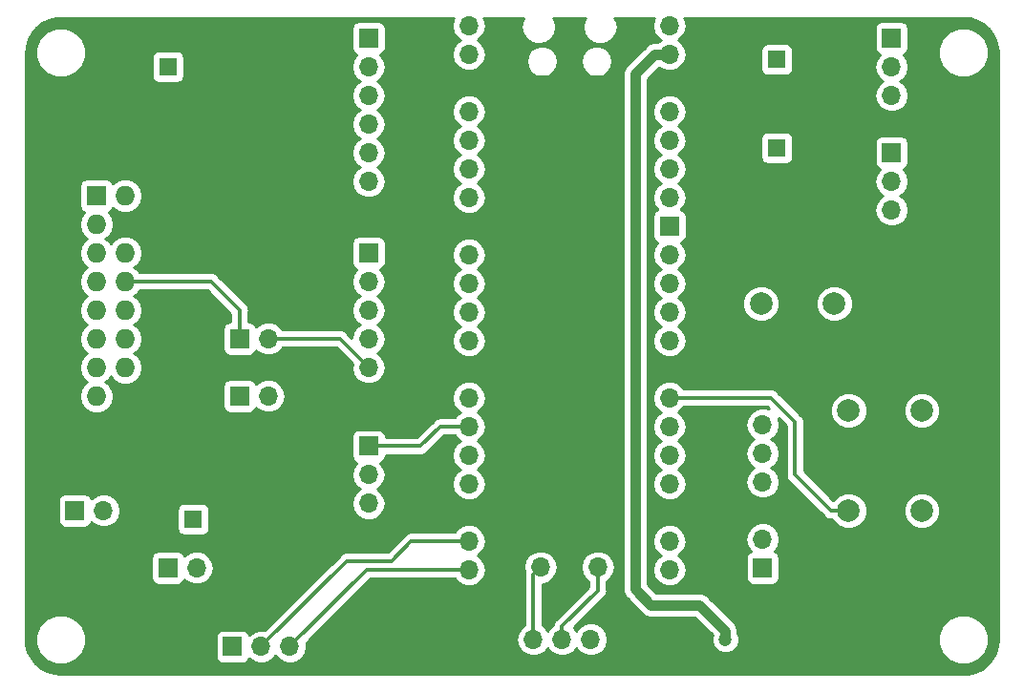
<source format=gbr>
G04 #@! TF.GenerationSoftware,KiCad,Pcbnew,5.0.2+dfsg1-1*
G04 #@! TF.CreationDate,2021-06-26T13:14:36+02:00*
G04 #@! TF.ProjectId,pico-hub75,7069636f-2d68-4756-9237-352e6b696361,rev?*
G04 #@! TF.SameCoordinates,Original*
G04 #@! TF.FileFunction,Copper,L2,Bot*
G04 #@! TF.FilePolarity,Positive*
%FSLAX46Y46*%
G04 Gerber Fmt 4.6, Leading zero omitted, Abs format (unit mm)*
G04 Created by KiCad (PCBNEW 5.0.2+dfsg1-1) date sam. 26 juin 2021 13:14:36 CEST*
%MOMM*%
%LPD*%
G01*
G04 APERTURE LIST*
G04 #@! TA.AperFunction,ComponentPad*
%ADD10R,1.727200X1.727200*%
G04 #@! TD*
G04 #@! TA.AperFunction,ComponentPad*
%ADD11O,1.727200X1.727200*%
G04 #@! TD*
G04 #@! TA.AperFunction,ComponentPad*
%ADD12O,1.700000X1.700000*%
G04 #@! TD*
G04 #@! TA.AperFunction,ComponentPad*
%ADD13R,1.700000X1.700000*%
G04 #@! TD*
G04 #@! TA.AperFunction,ComponentPad*
%ADD14C,2.000000*%
G04 #@! TD*
G04 #@! TA.AperFunction,ComponentPad*
%ADD15R,1.600000X1.600000*%
G04 #@! TD*
G04 #@! TA.AperFunction,ComponentPad*
%ADD16C,1.600000*%
G04 #@! TD*
G04 #@! TA.AperFunction,ViaPad*
%ADD17C,1.200000*%
G04 #@! TD*
G04 #@! TA.AperFunction,Conductor*
%ADD18C,0.900000*%
G04 #@! TD*
G04 #@! TA.AperFunction,Conductor*
%ADD19C,0.250000*%
G04 #@! TD*
G04 #@! TA.AperFunction,Conductor*
%ADD20C,0.350000*%
G04 #@! TD*
G04 #@! TA.AperFunction,Conductor*
%ADD21C,0.254000*%
G04 #@! TD*
G04 APERTURE END LIST*
D10*
G04 #@! TO.P,J1,1*
G04 #@! TO.N,/R0_LV*
X159385000Y-69850000D03*
D11*
G04 #@! TO.P,J1,2*
G04 #@! TO.N,/G0_LV*
X161925000Y-69850000D03*
G04 #@! TO.P,J1,3*
G04 #@! TO.N,/B0_LV*
X159385000Y-72390000D03*
G04 #@! TO.P,J1,4*
G04 #@! TO.N,GND*
X161925000Y-72390000D03*
G04 #@! TO.P,J1,5*
G04 #@! TO.N,/R1_LV*
X159385000Y-74930000D03*
G04 #@! TO.P,J1,6*
G04 #@! TO.N,/G1_LV*
X161925000Y-74930000D03*
G04 #@! TO.P,J1,7*
G04 #@! TO.N,/B1_LV*
X159385000Y-77470000D03*
G04 #@! TO.P,J1,8*
G04 #@! TO.N,Net-(J1-Pad8)*
X161925000Y-77470000D03*
G04 #@! TO.P,J1,9*
G04 #@! TO.N,/A_LV*
X159385000Y-80010000D03*
G04 #@! TO.P,J1,10*
G04 #@! TO.N,/B_LV*
X161925000Y-80010000D03*
G04 #@! TO.P,J1,11*
G04 #@! TO.N,/C_LV*
X159385000Y-82550000D03*
G04 #@! TO.P,J1,12*
G04 #@! TO.N,Net-(J1-Pad12)*
X161925000Y-82550000D03*
G04 #@! TO.P,J1,13*
G04 #@! TO.N,/CLK_LV*
X159385000Y-85090000D03*
G04 #@! TO.P,J1,14*
G04 #@! TO.N,/STB_LV*
X161925000Y-85090000D03*
G04 #@! TO.P,J1,15*
G04 #@! TO.N,/OE_LV*
X159385000Y-87630000D03*
G04 #@! TO.P,J1,16*
G04 #@! TO.N,GND*
X161925000Y-87630000D03*
G04 #@! TD*
D12*
G04 #@! TO.P,U1,1*
G04 #@! TO.N,/R0_LV*
X192405000Y-54770000D03*
G04 #@! TO.P,U1,2*
G04 #@! TO.N,/G0_LV*
X192405000Y-57310000D03*
D13*
G04 #@! TO.P,U1,3*
G04 #@! TO.N,GND*
X192405000Y-59850000D03*
D12*
G04 #@! TO.P,U1,4*
G04 #@! TO.N,/B0_LV*
X192405000Y-62390000D03*
G04 #@! TO.P,U1,5*
G04 #@! TO.N,/R1_LV*
X192405000Y-64930000D03*
G04 #@! TO.P,U1,6*
G04 #@! TO.N,/G1_LV*
X192405000Y-67470000D03*
G04 #@! TO.P,U1,7*
G04 #@! TO.N,/B1_LV*
X192405000Y-70010000D03*
D13*
G04 #@! TO.P,U1,8*
G04 #@! TO.N,GND*
X192405000Y-72550000D03*
D12*
G04 #@! TO.P,U1,9*
G04 #@! TO.N,/A_LV*
X192405000Y-75090000D03*
G04 #@! TO.P,U1,10*
G04 #@! TO.N,/B_LV*
X192405000Y-77630000D03*
G04 #@! TO.P,U1,11*
G04 #@! TO.N,/C_LV*
X192405000Y-80170000D03*
G04 #@! TO.P,U1,12*
G04 #@! TO.N,/D_LV*
X192405000Y-82710000D03*
D13*
G04 #@! TO.P,U1,13*
G04 #@! TO.N,GND*
X192405000Y-85250000D03*
D12*
G04 #@! TO.P,U1,14*
G04 #@! TO.N,/E_LV*
X192405000Y-87790000D03*
G04 #@! TO.P,U1,15*
G04 #@! TO.N,/CLK_LV*
X192405000Y-90330000D03*
G04 #@! TO.P,U1,16*
G04 #@! TO.N,/STB_LV*
X192405000Y-92870000D03*
G04 #@! TO.P,U1,17*
G04 #@! TO.N,/OE_LV*
X192405000Y-95410000D03*
D13*
G04 #@! TO.P,U1,18*
G04 #@! TO.N,GND*
X192405000Y-97950000D03*
D12*
G04 #@! TO.P,U1,19*
G04 #@! TO.N,/SDA*
X192405000Y-100490000D03*
G04 #@! TO.P,U1,20*
G04 #@! TO.N,/SCL*
X192405000Y-103030000D03*
G04 #@! TO.P,U1,21*
G04 #@! TO.N,Net-(J5-Pad1)*
X210185000Y-103030000D03*
G04 #@! TO.P,U1,22*
G04 #@! TO.N,Net-(J5-Pad2)*
X210185000Y-100490000D03*
D13*
G04 #@! TO.P,U1,23*
G04 #@! TO.N,GND*
X210185000Y-97950000D03*
D12*
G04 #@! TO.P,U1,24*
G04 #@! TO.N,Net-(J5-Pad4)*
X210185000Y-95410000D03*
G04 #@! TO.P,U1,25*
G04 #@! TO.N,Net-(J5-Pad5)*
X210185000Y-92870000D03*
G04 #@! TO.P,U1,26*
G04 #@! TO.N,/LED*
X210185000Y-90330000D03*
G04 #@! TO.P,U1,27*
G04 #@! TO.N,/SW2*
X210185000Y-87790000D03*
D13*
G04 #@! TO.P,U1,28*
G04 #@! TO.N,GND*
X210185000Y-85250000D03*
D12*
G04 #@! TO.P,U1,29*
G04 #@! TO.N,/SW1*
X210185000Y-82710000D03*
G04 #@! TO.P,U1,30*
G04 #@! TO.N,/RUN*
X210185000Y-80170000D03*
G04 #@! TO.P,U1,31*
G04 #@! TO.N,Net-(U1-Pad31)*
X210185000Y-77630000D03*
G04 #@! TO.P,U1,32*
G04 #@! TO.N,Net-(U1-Pad32)*
X210185000Y-75090000D03*
D13*
G04 #@! TO.P,U1,33*
G04 #@! TO.N,Net-(U1-Pad33)*
X210185000Y-72550000D03*
D12*
G04 #@! TO.P,U1,34*
G04 #@! TO.N,Net-(U1-Pad34)*
X210185000Y-70010000D03*
G04 #@! TO.P,U1,35*
G04 #@! TO.N,Net-(U1-Pad35)*
X210185000Y-67470000D03*
G04 #@! TO.P,U1,36*
G04 #@! TO.N,+3V3*
X210185000Y-64930000D03*
G04 #@! TO.P,U1,37*
G04 #@! TO.N,Net-(U1-Pad37)*
X210185000Y-62390000D03*
D13*
G04 #@! TO.P,U1,38*
G04 #@! TO.N,GND*
X210185000Y-59850000D03*
D12*
G04 #@! TO.P,U1,39*
G04 #@! TO.N,+5V*
X210185000Y-57310000D03*
G04 #@! TO.P,U1,40*
G04 #@! TO.N,Net-(U1-Pad40)*
X210185000Y-54770000D03*
G04 #@! TO.P,U1,41*
G04 #@! TO.N,Net-(J10-Pad2)*
X198755000Y-102800000D03*
D13*
G04 #@! TO.P,U1,42*
G04 #@! TO.N,GND*
X201295000Y-102800000D03*
D12*
G04 #@! TO.P,U1,43*
G04 #@! TO.N,Net-(J10-Pad3)*
X203835000Y-102800000D03*
G04 #@! TD*
D13*
G04 #@! TO.P,JP1,1*
G04 #@! TO.N,Net-(J1-Pad8)*
X172085000Y-82550000D03*
D12*
G04 #@! TO.P,JP1,2*
G04 #@! TO.N,/E_LV*
X174625000Y-82550000D03*
G04 #@! TD*
G04 #@! TO.P,J2,6*
G04 #@! TO.N,/B1_LV*
X183515000Y-68580000D03*
G04 #@! TO.P,J2,5*
G04 #@! TO.N,/G1_LV*
X183515000Y-66040000D03*
G04 #@! TO.P,J2,4*
G04 #@! TO.N,/R1_LV*
X183515000Y-63500000D03*
G04 #@! TO.P,J2,3*
G04 #@! TO.N,/B0_LV*
X183515000Y-60960000D03*
G04 #@! TO.P,J2,2*
G04 #@! TO.N,/G0_LV*
X183515000Y-58420000D03*
D13*
G04 #@! TO.P,J2,1*
G04 #@! TO.N,/R0_LV*
X183515000Y-55880000D03*
G04 #@! TD*
G04 #@! TO.P,J3,1*
G04 #@! TO.N,/A_LV*
X183515000Y-74930000D03*
D12*
G04 #@! TO.P,J3,2*
G04 #@! TO.N,/B_LV*
X183515000Y-77470000D03*
G04 #@! TO.P,J3,3*
G04 #@! TO.N,/C_LV*
X183515000Y-80010000D03*
G04 #@! TO.P,J3,4*
G04 #@! TO.N,/D_LV*
X183515000Y-82550000D03*
G04 #@! TO.P,J3,5*
G04 #@! TO.N,/E_LV*
X183515000Y-85090000D03*
G04 #@! TD*
D13*
G04 #@! TO.P,J5,1*
G04 #@! TO.N,Net-(J5-Pad1)*
X218440000Y-102870000D03*
D12*
G04 #@! TO.P,J5,2*
G04 #@! TO.N,Net-(J5-Pad2)*
X218440000Y-100330000D03*
G04 #@! TO.P,J5,3*
G04 #@! TO.N,GND*
X218440000Y-97790000D03*
G04 #@! TO.P,J5,4*
G04 #@! TO.N,Net-(J5-Pad4)*
X218440000Y-95250000D03*
G04 #@! TO.P,J5,5*
G04 #@! TO.N,Net-(J5-Pad5)*
X218440000Y-92710000D03*
G04 #@! TO.P,J5,6*
G04 #@! TO.N,+3V3*
X218440000Y-90170000D03*
G04 #@! TD*
D13*
G04 #@! TO.P,J6,1*
G04 #@! TO.N,GND*
X229870000Y-77470000D03*
D12*
G04 #@! TO.P,J6,2*
X229870000Y-80010000D03*
G04 #@! TO.P,J6,3*
X229870000Y-82550000D03*
G04 #@! TD*
G04 #@! TO.P,J7,3*
G04 #@! TO.N,+5V*
X229870000Y-60960000D03*
G04 #@! TO.P,J7,2*
X229870000Y-58420000D03*
D13*
G04 #@! TO.P,J7,1*
X229870000Y-55880000D03*
G04 #@! TD*
G04 #@! TO.P,J8,1*
G04 #@! TO.N,+3V3*
X229870000Y-66040000D03*
D12*
G04 #@! TO.P,J8,2*
X229870000Y-68580000D03*
G04 #@! TO.P,J8,3*
X229870000Y-71120000D03*
G04 #@! TD*
D13*
G04 #@! TO.P,J9,1*
G04 #@! TO.N,+3V3*
X171450000Y-109855000D03*
D12*
G04 #@! TO.P,J9,2*
G04 #@! TO.N,/SDA*
X173990000Y-109855000D03*
G04 #@! TO.P,J9,3*
G04 #@! TO.N,/SCL*
X176530000Y-109855000D03*
G04 #@! TO.P,J9,4*
G04 #@! TO.N,GND*
X179070000Y-109855000D03*
G04 #@! TD*
G04 #@! TO.P,J10,4*
G04 #@! TO.N,Net-(D1-Pad2)*
X203200000Y-109220000D03*
G04 #@! TO.P,J10,3*
G04 #@! TO.N,Net-(J10-Pad3)*
X200660000Y-109220000D03*
G04 #@! TO.P,J10,2*
G04 #@! TO.N,Net-(J10-Pad2)*
X198120000Y-109220000D03*
D13*
G04 #@! TO.P,J10,1*
G04 #@! TO.N,GND*
X195580000Y-109220000D03*
G04 #@! TD*
D14*
G04 #@! TO.P,SW1,2*
G04 #@! TO.N,GND*
X224790000Y-74930000D03*
G04 #@! TO.P,SW1,1*
G04 #@! TO.N,/RUN*
X224790000Y-79430000D03*
G04 #@! TO.P,SW1,2*
G04 #@! TO.N,GND*
X218290000Y-74930000D03*
G04 #@! TO.P,SW1,1*
G04 #@! TO.N,/RUN*
X218290000Y-79430000D03*
G04 #@! TD*
G04 #@! TO.P,SW2,1*
G04 #@! TO.N,/SW1*
X232560000Y-88900000D03*
G04 #@! TO.P,SW2,2*
G04 #@! TO.N,GND*
X232560000Y-93400000D03*
G04 #@! TO.P,SW2,1*
G04 #@! TO.N,/SW1*
X226060000Y-88900000D03*
G04 #@! TO.P,SW2,2*
G04 #@! TO.N,GND*
X226060000Y-93400000D03*
G04 #@! TD*
G04 #@! TO.P,SW3,2*
G04 #@! TO.N,GND*
X226060000Y-102290000D03*
G04 #@! TO.P,SW3,1*
G04 #@! TO.N,/SW2*
X226060000Y-97790000D03*
G04 #@! TO.P,SW3,2*
G04 #@! TO.N,GND*
X232560000Y-102290000D03*
G04 #@! TO.P,SW3,1*
G04 #@! TO.N,/SW2*
X232560000Y-97790000D03*
G04 #@! TD*
D15*
G04 #@! TO.P,C5,1*
G04 #@! TO.N,+3V3*
X219710000Y-65598040D03*
D16*
G04 #@! TO.P,C5,2*
G04 #@! TO.N,GND*
X222210000Y-65598040D03*
G04 #@! TD*
G04 #@! TO.P,C6,2*
G04 #@! TO.N,GND*
X222210000Y-57785000D03*
D15*
G04 #@! TO.P,C6,1*
G04 #@! TO.N,+5V*
X219710000Y-57785000D03*
G04 #@! TD*
G04 #@! TO.P,C7,1*
G04 #@! TO.N,+3V3*
X165735000Y-58420000D03*
D16*
G04 #@! TO.P,C7,2*
G04 #@! TO.N,GND*
X168235000Y-58420000D03*
G04 #@! TD*
G04 #@! TO.P,C8,2*
G04 #@! TO.N,GND*
X167970200Y-96052000D03*
D15*
G04 #@! TO.P,C8,1*
G04 #@! TO.N,+5V*
X167970200Y-98552000D03*
G04 #@! TD*
D13*
G04 #@! TO.P,JP2,1*
G04 #@! TO.N,Net-(J1-Pad12)*
X172085000Y-87630000D03*
D12*
G04 #@! TO.P,JP2,2*
G04 #@! TO.N,/D_LV*
X174625000Y-87630000D03*
G04 #@! TD*
D13*
G04 #@! TO.P,J4,1*
G04 #@! TO.N,/CLK_LV*
X183515000Y-92075000D03*
D12*
G04 #@! TO.P,J4,2*
G04 #@! TO.N,/STB_LV*
X183515000Y-94615000D03*
G04 #@! TO.P,J4,3*
G04 #@! TO.N,/OE_LV*
X183515000Y-97155000D03*
G04 #@! TO.P,J4,4*
G04 #@! TO.N,GND*
X183515000Y-99695000D03*
G04 #@! TD*
G04 #@! TO.P,+5V,2*
G04 #@! TO.N,+5V*
X160020000Y-97790000D03*
D13*
G04 #@! TO.P,+5V,1*
X157480000Y-97790000D03*
G04 #@! TD*
G04 #@! TO.P,+3V3,1*
G04 #@! TO.N,+3V3*
X165735000Y-102870000D03*
D12*
G04 #@! TO.P,+3V3,2*
X168275000Y-102870000D03*
G04 #@! TD*
D13*
G04 #@! TO.P,GND,1*
G04 #@! TO.N,GND*
X157480000Y-102870000D03*
D12*
G04 #@! TO.P,GND,2*
X160020000Y-102870000D03*
G04 #@! TD*
D17*
G04 #@! TO.N,+5V*
X215138000Y-109220000D03*
G04 #@! TD*
D18*
G04 #@! TO.N,GND*
X224790000Y-74930000D02*
X224790000Y-68178040D01*
X224790000Y-68178040D02*
X222210000Y-65598040D01*
X222210000Y-59756040D02*
X222210000Y-57785000D01*
X222210000Y-60315480D02*
X222210000Y-59756040D01*
X210185000Y-59850000D02*
X222116040Y-59850000D01*
X222116040Y-59850000D02*
X222210000Y-59756040D01*
X225470720Y-63576200D02*
X222210000Y-60315480D01*
X232994200Y-63576200D02*
X225470720Y-63576200D01*
X222210000Y-65598040D02*
X222210000Y-57785000D01*
X227533200Y-111912400D02*
X167259000Y-111912400D01*
X239014000Y-100431600D02*
X227533200Y-111912400D01*
X232560000Y-102290000D02*
X237155600Y-102290000D01*
X237155600Y-102290000D02*
X239014000Y-100431600D01*
X201295000Y-100634800D02*
X198610200Y-97950000D01*
X198610200Y-97950000D02*
X192405000Y-97950000D01*
X201295000Y-102800000D02*
X201295000Y-100634800D01*
X195580000Y-109220000D02*
X181610000Y-109220000D01*
D19*
X201295000Y-102800000D02*
X201295000Y-102057200D01*
D18*
X218440000Y-97790000D02*
X221670000Y-97790000D01*
X226060000Y-102290000D02*
X232560000Y-102290000D01*
X218440000Y-97790000D02*
X221560000Y-97790000D01*
X221560000Y-97790000D02*
X226060000Y-102290000D01*
X210185000Y-97950000D02*
X218280000Y-97950000D01*
X218280000Y-97950000D02*
X218440000Y-97790000D01*
X218290000Y-74930000D02*
X218389200Y-74930000D01*
X218389200Y-74930000D02*
X221589600Y-78130400D01*
X221589600Y-81330800D02*
X221589600Y-78130400D01*
X221589600Y-78130400D02*
X224790000Y-74930000D01*
X217670400Y-85250000D02*
X221589600Y-81330800D01*
X210185000Y-85250000D02*
X217670400Y-85250000D01*
X195529200Y-102895400D02*
X189204600Y-109220000D01*
X195529200Y-97967800D02*
X195529200Y-102895400D01*
X189204600Y-109220000D02*
X181610000Y-109220000D01*
X195529200Y-72161400D02*
X195529200Y-97967800D01*
X195529200Y-62974200D02*
X195529200Y-72161400D01*
X192405000Y-72550000D02*
X195140600Y-72550000D01*
X195140600Y-72550000D02*
X195529200Y-72161400D01*
X195511400Y-97950000D02*
X195529200Y-97967800D01*
X192405000Y-97950000D02*
X195511400Y-97950000D01*
X192405000Y-59850000D02*
X195529200Y-62974200D01*
X239014000Y-69596000D02*
X232994200Y-63576200D01*
X239014000Y-100431600D02*
X239014000Y-69596000D01*
X201295000Y-102800000D02*
X201295000Y-101320600D01*
X179705000Y-109220000D02*
X179070000Y-109855000D01*
X181610000Y-109220000D02*
X179705000Y-109220000D01*
X154178000Y-99568000D02*
X157480000Y-102870000D01*
X154178000Y-66878200D02*
X154178000Y-99568000D01*
X157480000Y-102870000D02*
X160020000Y-102870000D01*
X167259000Y-110109000D02*
X160020000Y-102870000D01*
X167259000Y-111912400D02*
X167259000Y-110109000D01*
X160020000Y-102870000D02*
X160020000Y-102819200D01*
X166787200Y-96052000D02*
X167970200Y-96052000D01*
X160020000Y-102819200D02*
X166787200Y-96052000D01*
X161925000Y-87630000D02*
X161925000Y-87833200D01*
X167970200Y-93878400D02*
X167970200Y-96052000D01*
X161925000Y-87833200D02*
X167970200Y-93878400D01*
X161925000Y-72390000D02*
X163576000Y-72390000D01*
X163576000Y-72390000D02*
X168235000Y-67731000D01*
X154178000Y-66878200D02*
X160197800Y-60858400D01*
X167041200Y-60858400D02*
X168235000Y-59664600D01*
X160197800Y-60858400D02*
X167041200Y-60858400D01*
X168235000Y-67731000D02*
X168235000Y-59664600D01*
X168235000Y-59664600D02*
X168235000Y-58420000D01*
X192405000Y-85250000D02*
X189476400Y-85250000D01*
X189476400Y-85250000D02*
X185420000Y-89306400D01*
X185420000Y-89306400D02*
X178231800Y-89306400D01*
X171486200Y-96052000D02*
X167970200Y-96052000D01*
X178231800Y-89306400D02*
X171486200Y-96052000D01*
X175129200Y-99695000D02*
X171486200Y-96052000D01*
X183515000Y-99695000D02*
X175129200Y-99695000D01*
G04 #@! TO.N,+5V*
X215138000Y-109220000D02*
X215138000Y-108458000D01*
X215138000Y-108458000D02*
X212852000Y-106172000D01*
X212852000Y-106172000D02*
X208534000Y-106172000D01*
X208534000Y-106172000D02*
X207137000Y-104775000D01*
X207137000Y-104775000D02*
X207137000Y-59055000D01*
X208882000Y-57310000D02*
X210185000Y-57310000D01*
X207137000Y-59055000D02*
X208882000Y-57310000D01*
D20*
G04 #@! TO.N,/E_LV*
X180975000Y-82550000D02*
X183515000Y-85090000D01*
X174625000Y-82550000D02*
X180975000Y-82550000D01*
G04 #@! TO.N,/CLK_LV*
X183515000Y-92075000D02*
X188137800Y-92075000D01*
X189882800Y-90330000D02*
X192405000Y-90330000D01*
X188137800Y-92075000D02*
X189882800Y-90330000D01*
G04 #@! TO.N,/SDA*
X192405000Y-100490000D02*
X187292000Y-100490000D01*
X187292000Y-100490000D02*
X185521600Y-102260400D01*
X181584600Y-102260400D02*
X173990000Y-109855000D01*
X185521600Y-102260400D02*
X181584600Y-102260400D01*
G04 #@! TO.N,/SCL*
X183355000Y-103030000D02*
X176530000Y-109855000D01*
X192405000Y-103030000D02*
X183355000Y-103030000D01*
G04 #@! TO.N,Net-(J10-Pad3)*
X200660000Y-109220000D02*
X200660000Y-108051600D01*
X203835000Y-104876600D02*
X203835000Y-102800000D01*
X200660000Y-108051600D02*
X203835000Y-104876600D01*
G04 #@! TO.N,Net-(J10-Pad2)*
X198120000Y-103435000D02*
X198755000Y-102800000D01*
X198120000Y-109220000D02*
X198120000Y-103435000D01*
G04 #@! TO.N,/SW2*
X210185000Y-87790000D02*
X219158800Y-87790000D01*
X219158800Y-87790000D02*
X221310200Y-89941400D01*
X221310200Y-89941400D02*
X221310200Y-94589600D01*
X224510600Y-97790000D02*
X226060000Y-97790000D01*
X221310200Y-94589600D02*
X224510600Y-97790000D01*
G04 #@! TO.N,Net-(J1-Pad8)*
X172085000Y-82550000D02*
X172085000Y-80010000D01*
X169545000Y-77470000D02*
X161925000Y-77470000D01*
X172085000Y-80010000D02*
X169545000Y-77470000D01*
G04 #@! TD*
D21*
G04 #@! TO.N,GND*
G36*
X191006161Y-54190582D02*
X190890908Y-54770000D01*
X191006161Y-55349418D01*
X191334375Y-55840625D01*
X191632761Y-56040000D01*
X191334375Y-56239375D01*
X191006161Y-56730582D01*
X190890908Y-57310000D01*
X191006161Y-57889418D01*
X191334375Y-58380625D01*
X191825582Y-58708839D01*
X192258744Y-58795000D01*
X192551256Y-58795000D01*
X192984418Y-58708839D01*
X193475625Y-58380625D01*
X193776722Y-57930000D01*
X197457867Y-57930000D01*
X197565359Y-58470400D01*
X197871471Y-58928529D01*
X198329600Y-59234641D01*
X198733593Y-59315000D01*
X199006407Y-59315000D01*
X199410400Y-59234641D01*
X199868529Y-58928529D01*
X200174641Y-58470400D01*
X200282133Y-57930000D01*
X202307867Y-57930000D01*
X202415359Y-58470400D01*
X202721471Y-58928529D01*
X203179600Y-59234641D01*
X203583593Y-59315000D01*
X203856407Y-59315000D01*
X204260400Y-59234641D01*
X204718529Y-58928529D01*
X205024641Y-58470400D01*
X205132133Y-57930000D01*
X205024641Y-57389600D01*
X204718529Y-56931471D01*
X204260400Y-56625359D01*
X203856407Y-56545000D01*
X203583593Y-56545000D01*
X203179600Y-56625359D01*
X202721471Y-56931471D01*
X202415359Y-57389600D01*
X202307867Y-57930000D01*
X200282133Y-57930000D01*
X200174641Y-57389600D01*
X199868529Y-56931471D01*
X199410400Y-56625359D01*
X199006407Y-56545000D01*
X198733593Y-56545000D01*
X198329600Y-56625359D01*
X197871471Y-56931471D01*
X197565359Y-57389600D01*
X197457867Y-57930000D01*
X193776722Y-57930000D01*
X193803839Y-57889418D01*
X193919092Y-57310000D01*
X193803839Y-56730582D01*
X193475625Y-56239375D01*
X193177239Y-56040000D01*
X193475625Y-55840625D01*
X193803839Y-55349418D01*
X193919092Y-54770000D01*
X193803839Y-54190582D01*
X193726610Y-54075000D01*
X197275119Y-54075000D01*
X197124062Y-54301073D01*
X197004928Y-54900000D01*
X197124062Y-55498927D01*
X197463327Y-56006673D01*
X197971073Y-56345938D01*
X198418818Y-56435000D01*
X198721182Y-56435000D01*
X199168927Y-56345938D01*
X199676673Y-56006673D01*
X200015938Y-55498927D01*
X200135072Y-54900000D01*
X200015938Y-54301073D01*
X199864881Y-54075000D01*
X202725119Y-54075000D01*
X202574062Y-54301073D01*
X202454928Y-54900000D01*
X202574062Y-55498927D01*
X202913327Y-56006673D01*
X203421073Y-56345938D01*
X203868818Y-56435000D01*
X204171182Y-56435000D01*
X204618927Y-56345938D01*
X205126673Y-56006673D01*
X205465938Y-55498927D01*
X205585072Y-54900000D01*
X205465938Y-54301073D01*
X205314881Y-54075000D01*
X208863390Y-54075000D01*
X208786161Y-54190582D01*
X208670908Y-54770000D01*
X208786161Y-55349418D01*
X209114375Y-55840625D01*
X209412761Y-56040000D01*
X209135889Y-56225000D01*
X208988861Y-56225000D01*
X208882000Y-56203744D01*
X208458654Y-56287953D01*
X208190351Y-56467227D01*
X208190350Y-56467228D01*
X208099759Y-56527759D01*
X208039228Y-56618350D01*
X206445353Y-58212226D01*
X206354760Y-58272759D01*
X206207014Y-58493876D01*
X206114953Y-58631655D01*
X206030745Y-59055000D01*
X206052001Y-59161862D01*
X206052000Y-104668143D01*
X206030745Y-104775000D01*
X206052000Y-104881857D01*
X206052000Y-104881860D01*
X206114953Y-105198345D01*
X206354759Y-105557241D01*
X206445356Y-105617776D01*
X207691226Y-106863647D01*
X207751759Y-106954241D01*
X208110654Y-107194047D01*
X208427139Y-107257000D01*
X208427143Y-107257000D01*
X208533999Y-107278255D01*
X208640855Y-107257000D01*
X212402580Y-107257000D01*
X213966535Y-108820956D01*
X213903000Y-108974343D01*
X213903000Y-109465657D01*
X214091018Y-109919571D01*
X214438429Y-110266982D01*
X214892343Y-110455000D01*
X215383657Y-110455000D01*
X215837571Y-110266982D01*
X216184982Y-109919571D01*
X216373000Y-109465657D01*
X216373000Y-108974343D01*
X216290608Y-108775431D01*
X233985000Y-108775431D01*
X233985000Y-109664569D01*
X234325259Y-110486026D01*
X234953974Y-111114741D01*
X235775431Y-111455000D01*
X236664569Y-111455000D01*
X237486026Y-111114741D01*
X238114741Y-110486026D01*
X238455000Y-109664569D01*
X238455000Y-108775431D01*
X238114741Y-107953974D01*
X237486026Y-107325259D01*
X236664569Y-106985000D01*
X235775431Y-106985000D01*
X234953974Y-107325259D01*
X234325259Y-107953974D01*
X233985000Y-108775431D01*
X216290608Y-108775431D01*
X216223000Y-108612212D01*
X216223000Y-108564856D01*
X216244255Y-108457999D01*
X216223000Y-108351139D01*
X216160047Y-108034654D01*
X215920241Y-107675759D01*
X215829647Y-107615226D01*
X213694776Y-105480356D01*
X213634241Y-105389759D01*
X213275346Y-105149953D01*
X212958861Y-105087000D01*
X212958857Y-105087000D01*
X212852000Y-105065745D01*
X212745143Y-105087000D01*
X208983421Y-105087000D01*
X208222000Y-104325580D01*
X208222000Y-100490000D01*
X208670908Y-100490000D01*
X208786161Y-101069418D01*
X209114375Y-101560625D01*
X209412761Y-101760000D01*
X209114375Y-101959375D01*
X208786161Y-102450582D01*
X208670908Y-103030000D01*
X208786161Y-103609418D01*
X209114375Y-104100625D01*
X209605582Y-104428839D01*
X210038744Y-104515000D01*
X210331256Y-104515000D01*
X210764418Y-104428839D01*
X211255625Y-104100625D01*
X211583839Y-103609418D01*
X211699092Y-103030000D01*
X211583839Y-102450582D01*
X211255625Y-101959375D01*
X210957239Y-101760000D01*
X211255625Y-101560625D01*
X211583839Y-101069418D01*
X211699092Y-100490000D01*
X211667267Y-100330000D01*
X216925908Y-100330000D01*
X217041161Y-100909418D01*
X217369375Y-101400625D01*
X217387619Y-101412816D01*
X217342235Y-101421843D01*
X217132191Y-101562191D01*
X216991843Y-101772235D01*
X216942560Y-102020000D01*
X216942560Y-103720000D01*
X216991843Y-103967765D01*
X217132191Y-104177809D01*
X217342235Y-104318157D01*
X217590000Y-104367440D01*
X219290000Y-104367440D01*
X219537765Y-104318157D01*
X219747809Y-104177809D01*
X219888157Y-103967765D01*
X219937440Y-103720000D01*
X219937440Y-102020000D01*
X219888157Y-101772235D01*
X219747809Y-101562191D01*
X219537765Y-101421843D01*
X219492381Y-101412816D01*
X219510625Y-101400625D01*
X219838839Y-100909418D01*
X219954092Y-100330000D01*
X219838839Y-99750582D01*
X219510625Y-99259375D01*
X219019418Y-98931161D01*
X218586256Y-98845000D01*
X218293744Y-98845000D01*
X217860582Y-98931161D01*
X217369375Y-99259375D01*
X217041161Y-99750582D01*
X216925908Y-100330000D01*
X211667267Y-100330000D01*
X211583839Y-99910582D01*
X211255625Y-99419375D01*
X210764418Y-99091161D01*
X210331256Y-99005000D01*
X210038744Y-99005000D01*
X209605582Y-99091161D01*
X209114375Y-99419375D01*
X208786161Y-99910582D01*
X208670908Y-100490000D01*
X208222000Y-100490000D01*
X208222000Y-87790000D01*
X208670908Y-87790000D01*
X208786161Y-88369418D01*
X209114375Y-88860625D01*
X209412761Y-89060000D01*
X209114375Y-89259375D01*
X208786161Y-89750582D01*
X208670908Y-90330000D01*
X208786161Y-90909418D01*
X209114375Y-91400625D01*
X209412761Y-91600000D01*
X209114375Y-91799375D01*
X208786161Y-92290582D01*
X208670908Y-92870000D01*
X208786161Y-93449418D01*
X209114375Y-93940625D01*
X209412761Y-94140000D01*
X209114375Y-94339375D01*
X208786161Y-94830582D01*
X208670908Y-95410000D01*
X208786161Y-95989418D01*
X209114375Y-96480625D01*
X209605582Y-96808839D01*
X210038744Y-96895000D01*
X210331256Y-96895000D01*
X210764418Y-96808839D01*
X211255625Y-96480625D01*
X211583839Y-95989418D01*
X211699092Y-95410000D01*
X211583839Y-94830582D01*
X211255625Y-94339375D01*
X210957239Y-94140000D01*
X211255625Y-93940625D01*
X211583839Y-93449418D01*
X211699092Y-92870000D01*
X211583839Y-92290582D01*
X211255625Y-91799375D01*
X210957239Y-91600000D01*
X211255625Y-91400625D01*
X211583839Y-90909418D01*
X211699092Y-90330000D01*
X211583839Y-89750582D01*
X211255625Y-89259375D01*
X210957239Y-89060000D01*
X211255625Y-88860625D01*
X211429769Y-88600000D01*
X218823288Y-88600000D01*
X218988249Y-88764961D01*
X218586256Y-88685000D01*
X218293744Y-88685000D01*
X217860582Y-88771161D01*
X217369375Y-89099375D01*
X217041161Y-89590582D01*
X216925908Y-90170000D01*
X217041161Y-90749418D01*
X217369375Y-91240625D01*
X217667761Y-91440000D01*
X217369375Y-91639375D01*
X217041161Y-92130582D01*
X216925908Y-92710000D01*
X217041161Y-93289418D01*
X217369375Y-93780625D01*
X217667761Y-93980000D01*
X217369375Y-94179375D01*
X217041161Y-94670582D01*
X216925908Y-95250000D01*
X217041161Y-95829418D01*
X217369375Y-96320625D01*
X217860582Y-96648839D01*
X218293744Y-96735000D01*
X218586256Y-96735000D01*
X219019418Y-96648839D01*
X219510625Y-96320625D01*
X219838839Y-95829418D01*
X219954092Y-95250000D01*
X219838839Y-94670582D01*
X219510625Y-94179375D01*
X219212239Y-93980000D01*
X219510625Y-93780625D01*
X219838839Y-93289418D01*
X219954092Y-92710000D01*
X219838839Y-92130582D01*
X219510625Y-91639375D01*
X219212239Y-91440000D01*
X219510625Y-91240625D01*
X219838839Y-90749418D01*
X219954092Y-90170000D01*
X219845039Y-89621752D01*
X220500200Y-90276913D01*
X220500201Y-94509822D01*
X220484332Y-94589600D01*
X220532267Y-94830582D01*
X220547198Y-94905646D01*
X220726224Y-95173577D01*
X220793854Y-95218766D01*
X223881434Y-98306347D01*
X223926623Y-98373977D01*
X224194554Y-98553003D01*
X224430826Y-98600000D01*
X224510599Y-98615868D01*
X224590372Y-98600000D01*
X224625802Y-98600000D01*
X224673914Y-98716153D01*
X225133847Y-99176086D01*
X225734778Y-99425000D01*
X226385222Y-99425000D01*
X226986153Y-99176086D01*
X227446086Y-98716153D01*
X227695000Y-98115222D01*
X227695000Y-97464778D01*
X230925000Y-97464778D01*
X230925000Y-98115222D01*
X231173914Y-98716153D01*
X231633847Y-99176086D01*
X232234778Y-99425000D01*
X232885222Y-99425000D01*
X233486153Y-99176086D01*
X233946086Y-98716153D01*
X234195000Y-98115222D01*
X234195000Y-97464778D01*
X233946086Y-96863847D01*
X233486153Y-96403914D01*
X232885222Y-96155000D01*
X232234778Y-96155000D01*
X231633847Y-96403914D01*
X231173914Y-96863847D01*
X230925000Y-97464778D01*
X227695000Y-97464778D01*
X227446086Y-96863847D01*
X226986153Y-96403914D01*
X226385222Y-96155000D01*
X225734778Y-96155000D01*
X225133847Y-96403914D01*
X224701937Y-96835824D01*
X222120200Y-94254088D01*
X222120200Y-90021172D01*
X222136068Y-89941399D01*
X222097205Y-89746023D01*
X222073203Y-89625354D01*
X221894177Y-89357423D01*
X221826547Y-89312234D01*
X221089091Y-88574778D01*
X224425000Y-88574778D01*
X224425000Y-89225222D01*
X224673914Y-89826153D01*
X225133847Y-90286086D01*
X225734778Y-90535000D01*
X226385222Y-90535000D01*
X226986153Y-90286086D01*
X227446086Y-89826153D01*
X227695000Y-89225222D01*
X227695000Y-88574778D01*
X230925000Y-88574778D01*
X230925000Y-89225222D01*
X231173914Y-89826153D01*
X231633847Y-90286086D01*
X232234778Y-90535000D01*
X232885222Y-90535000D01*
X233486153Y-90286086D01*
X233946086Y-89826153D01*
X234195000Y-89225222D01*
X234195000Y-88574778D01*
X233946086Y-87973847D01*
X233486153Y-87513914D01*
X232885222Y-87265000D01*
X232234778Y-87265000D01*
X231633847Y-87513914D01*
X231173914Y-87973847D01*
X230925000Y-88574778D01*
X227695000Y-88574778D01*
X227446086Y-87973847D01*
X226986153Y-87513914D01*
X226385222Y-87265000D01*
X225734778Y-87265000D01*
X225133847Y-87513914D01*
X224673914Y-87973847D01*
X224425000Y-88574778D01*
X221089091Y-88574778D01*
X219787968Y-87273656D01*
X219742777Y-87206023D01*
X219474846Y-87026997D01*
X219238574Y-86980000D01*
X219238573Y-86980000D01*
X219158800Y-86964132D01*
X219079027Y-86980000D01*
X211429769Y-86980000D01*
X211255625Y-86719375D01*
X210764418Y-86391161D01*
X210331256Y-86305000D01*
X210038744Y-86305000D01*
X209605582Y-86391161D01*
X209114375Y-86719375D01*
X208786161Y-87210582D01*
X208670908Y-87790000D01*
X208222000Y-87790000D01*
X208222000Y-62390000D01*
X208670908Y-62390000D01*
X208786161Y-62969418D01*
X209114375Y-63460625D01*
X209412761Y-63660000D01*
X209114375Y-63859375D01*
X208786161Y-64350582D01*
X208670908Y-64930000D01*
X208786161Y-65509418D01*
X209114375Y-66000625D01*
X209412761Y-66200000D01*
X209114375Y-66399375D01*
X208786161Y-66890582D01*
X208670908Y-67470000D01*
X208786161Y-68049418D01*
X209114375Y-68540625D01*
X209412761Y-68740000D01*
X209114375Y-68939375D01*
X208786161Y-69430582D01*
X208670908Y-70010000D01*
X208786161Y-70589418D01*
X209114375Y-71080625D01*
X209132619Y-71092816D01*
X209087235Y-71101843D01*
X208877191Y-71242191D01*
X208736843Y-71452235D01*
X208687560Y-71700000D01*
X208687560Y-73400000D01*
X208736843Y-73647765D01*
X208877191Y-73857809D01*
X209087235Y-73998157D01*
X209132619Y-74007184D01*
X209114375Y-74019375D01*
X208786161Y-74510582D01*
X208670908Y-75090000D01*
X208786161Y-75669418D01*
X209114375Y-76160625D01*
X209412761Y-76360000D01*
X209114375Y-76559375D01*
X208786161Y-77050582D01*
X208670908Y-77630000D01*
X208786161Y-78209418D01*
X209114375Y-78700625D01*
X209412761Y-78900000D01*
X209114375Y-79099375D01*
X208786161Y-79590582D01*
X208670908Y-80170000D01*
X208786161Y-80749418D01*
X209114375Y-81240625D01*
X209412761Y-81440000D01*
X209114375Y-81639375D01*
X208786161Y-82130582D01*
X208670908Y-82710000D01*
X208786161Y-83289418D01*
X209114375Y-83780625D01*
X209605582Y-84108839D01*
X210038744Y-84195000D01*
X210331256Y-84195000D01*
X210764418Y-84108839D01*
X211255625Y-83780625D01*
X211583839Y-83289418D01*
X211699092Y-82710000D01*
X211583839Y-82130582D01*
X211255625Y-81639375D01*
X210957239Y-81440000D01*
X211255625Y-81240625D01*
X211583839Y-80749418D01*
X211699092Y-80170000D01*
X211583839Y-79590582D01*
X211259236Y-79104778D01*
X216655000Y-79104778D01*
X216655000Y-79755222D01*
X216903914Y-80356153D01*
X217363847Y-80816086D01*
X217964778Y-81065000D01*
X218615222Y-81065000D01*
X219216153Y-80816086D01*
X219676086Y-80356153D01*
X219925000Y-79755222D01*
X219925000Y-79104778D01*
X223155000Y-79104778D01*
X223155000Y-79755222D01*
X223403914Y-80356153D01*
X223863847Y-80816086D01*
X224464778Y-81065000D01*
X225115222Y-81065000D01*
X225716153Y-80816086D01*
X226176086Y-80356153D01*
X226425000Y-79755222D01*
X226425000Y-79104778D01*
X226176086Y-78503847D01*
X225716153Y-78043914D01*
X225115222Y-77795000D01*
X224464778Y-77795000D01*
X223863847Y-78043914D01*
X223403914Y-78503847D01*
X223155000Y-79104778D01*
X219925000Y-79104778D01*
X219676086Y-78503847D01*
X219216153Y-78043914D01*
X218615222Y-77795000D01*
X217964778Y-77795000D01*
X217363847Y-78043914D01*
X216903914Y-78503847D01*
X216655000Y-79104778D01*
X211259236Y-79104778D01*
X211255625Y-79099375D01*
X210957239Y-78900000D01*
X211255625Y-78700625D01*
X211583839Y-78209418D01*
X211699092Y-77630000D01*
X211583839Y-77050582D01*
X211255625Y-76559375D01*
X210957239Y-76360000D01*
X211255625Y-76160625D01*
X211583839Y-75669418D01*
X211699092Y-75090000D01*
X211583839Y-74510582D01*
X211255625Y-74019375D01*
X211237381Y-74007184D01*
X211282765Y-73998157D01*
X211492809Y-73857809D01*
X211633157Y-73647765D01*
X211682440Y-73400000D01*
X211682440Y-71700000D01*
X211633157Y-71452235D01*
X211492809Y-71242191D01*
X211282765Y-71101843D01*
X211237381Y-71092816D01*
X211255625Y-71080625D01*
X211583839Y-70589418D01*
X211699092Y-70010000D01*
X211583839Y-69430582D01*
X211255625Y-68939375D01*
X210957239Y-68740000D01*
X211196696Y-68580000D01*
X228355908Y-68580000D01*
X228471161Y-69159418D01*
X228799375Y-69650625D01*
X229097761Y-69850000D01*
X228799375Y-70049375D01*
X228471161Y-70540582D01*
X228355908Y-71120000D01*
X228471161Y-71699418D01*
X228799375Y-72190625D01*
X229290582Y-72518839D01*
X229723744Y-72605000D01*
X230016256Y-72605000D01*
X230449418Y-72518839D01*
X230940625Y-72190625D01*
X231268839Y-71699418D01*
X231384092Y-71120000D01*
X231268839Y-70540582D01*
X230940625Y-70049375D01*
X230642239Y-69850000D01*
X230940625Y-69650625D01*
X231268839Y-69159418D01*
X231384092Y-68580000D01*
X231268839Y-68000582D01*
X230940625Y-67509375D01*
X230922381Y-67497184D01*
X230967765Y-67488157D01*
X231177809Y-67347809D01*
X231318157Y-67137765D01*
X231367440Y-66890000D01*
X231367440Y-65190000D01*
X231318157Y-64942235D01*
X231177809Y-64732191D01*
X230967765Y-64591843D01*
X230720000Y-64542560D01*
X229020000Y-64542560D01*
X228772235Y-64591843D01*
X228562191Y-64732191D01*
X228421843Y-64942235D01*
X228372560Y-65190000D01*
X228372560Y-66890000D01*
X228421843Y-67137765D01*
X228562191Y-67347809D01*
X228772235Y-67488157D01*
X228817619Y-67497184D01*
X228799375Y-67509375D01*
X228471161Y-68000582D01*
X228355908Y-68580000D01*
X211196696Y-68580000D01*
X211255625Y-68540625D01*
X211583839Y-68049418D01*
X211699092Y-67470000D01*
X211583839Y-66890582D01*
X211255625Y-66399375D01*
X210957239Y-66200000D01*
X211255625Y-66000625D01*
X211583839Y-65509418D01*
X211699092Y-64930000D01*
X211672844Y-64798040D01*
X218262560Y-64798040D01*
X218262560Y-66398040D01*
X218311843Y-66645805D01*
X218452191Y-66855849D01*
X218662235Y-66996197D01*
X218910000Y-67045480D01*
X220510000Y-67045480D01*
X220757765Y-66996197D01*
X220967809Y-66855849D01*
X221108157Y-66645805D01*
X221157440Y-66398040D01*
X221157440Y-64798040D01*
X221108157Y-64550275D01*
X220967809Y-64340231D01*
X220757765Y-64199883D01*
X220510000Y-64150600D01*
X218910000Y-64150600D01*
X218662235Y-64199883D01*
X218452191Y-64340231D01*
X218311843Y-64550275D01*
X218262560Y-64798040D01*
X211672844Y-64798040D01*
X211583839Y-64350582D01*
X211255625Y-63859375D01*
X210957239Y-63660000D01*
X211255625Y-63460625D01*
X211583839Y-62969418D01*
X211699092Y-62390000D01*
X211583839Y-61810582D01*
X211255625Y-61319375D01*
X210764418Y-60991161D01*
X210331256Y-60905000D01*
X210038744Y-60905000D01*
X209605582Y-60991161D01*
X209114375Y-61319375D01*
X208786161Y-61810582D01*
X208670908Y-62390000D01*
X208222000Y-62390000D01*
X208222000Y-59504420D01*
X209253102Y-58473319D01*
X209605582Y-58708839D01*
X210038744Y-58795000D01*
X210331256Y-58795000D01*
X210764418Y-58708839D01*
X211255625Y-58380625D01*
X211583839Y-57889418D01*
X211699092Y-57310000D01*
X211634446Y-56985000D01*
X218262560Y-56985000D01*
X218262560Y-58585000D01*
X218311843Y-58832765D01*
X218452191Y-59042809D01*
X218662235Y-59183157D01*
X218910000Y-59232440D01*
X220510000Y-59232440D01*
X220757765Y-59183157D01*
X220967809Y-59042809D01*
X221108157Y-58832765D01*
X221157440Y-58585000D01*
X221157440Y-58420000D01*
X228355908Y-58420000D01*
X228471161Y-58999418D01*
X228799375Y-59490625D01*
X229097761Y-59690000D01*
X228799375Y-59889375D01*
X228471161Y-60380582D01*
X228355908Y-60960000D01*
X228471161Y-61539418D01*
X228799375Y-62030625D01*
X229290582Y-62358839D01*
X229723744Y-62445000D01*
X230016256Y-62445000D01*
X230449418Y-62358839D01*
X230940625Y-62030625D01*
X231268839Y-61539418D01*
X231384092Y-60960000D01*
X231268839Y-60380582D01*
X230940625Y-59889375D01*
X230642239Y-59690000D01*
X230940625Y-59490625D01*
X231268839Y-58999418D01*
X231384092Y-58420000D01*
X231268839Y-57840582D01*
X230940625Y-57349375D01*
X230922381Y-57337184D01*
X230967765Y-57328157D01*
X231177809Y-57187809D01*
X231318157Y-56977765D01*
X231367440Y-56730000D01*
X231367440Y-56705431D01*
X233985000Y-56705431D01*
X233985000Y-57594569D01*
X234325259Y-58416026D01*
X234953974Y-59044741D01*
X235775431Y-59385000D01*
X236664569Y-59385000D01*
X237486026Y-59044741D01*
X238114741Y-58416026D01*
X238455000Y-57594569D01*
X238455000Y-56705431D01*
X238114741Y-55883974D01*
X237486026Y-55255259D01*
X236664569Y-54915000D01*
X235775431Y-54915000D01*
X234953974Y-55255259D01*
X234325259Y-55883974D01*
X233985000Y-56705431D01*
X231367440Y-56705431D01*
X231367440Y-55030000D01*
X231318157Y-54782235D01*
X231177809Y-54572191D01*
X230967765Y-54431843D01*
X230720000Y-54382560D01*
X229020000Y-54382560D01*
X228772235Y-54431843D01*
X228562191Y-54572191D01*
X228421843Y-54782235D01*
X228372560Y-55030000D01*
X228372560Y-56730000D01*
X228421843Y-56977765D01*
X228562191Y-57187809D01*
X228772235Y-57328157D01*
X228817619Y-57337184D01*
X228799375Y-57349375D01*
X228471161Y-57840582D01*
X228355908Y-58420000D01*
X221157440Y-58420000D01*
X221157440Y-56985000D01*
X221108157Y-56737235D01*
X220967809Y-56527191D01*
X220757765Y-56386843D01*
X220510000Y-56337560D01*
X218910000Y-56337560D01*
X218662235Y-56386843D01*
X218452191Y-56527191D01*
X218311843Y-56737235D01*
X218262560Y-56985000D01*
X211634446Y-56985000D01*
X211583839Y-56730582D01*
X211255625Y-56239375D01*
X210957239Y-56040000D01*
X211255625Y-55840625D01*
X211583839Y-55349418D01*
X211699092Y-54770000D01*
X211583839Y-54190582D01*
X211506610Y-54075000D01*
X236182770Y-54075000D01*
X236837551Y-54141510D01*
X237429883Y-54327135D01*
X237972787Y-54628073D01*
X238444090Y-55032028D01*
X238824540Y-55522503D01*
X239098598Y-56079461D01*
X239257348Y-56688914D01*
X239295000Y-57178239D01*
X239295001Y-109182760D01*
X239228490Y-109837551D01*
X239042864Y-110429885D01*
X238741927Y-110972787D01*
X238337972Y-111444090D01*
X237847500Y-111824539D01*
X237290539Y-112098598D01*
X236681086Y-112257348D01*
X236191761Y-112295000D01*
X156247230Y-112295000D01*
X155592449Y-112228490D01*
X155000115Y-112042864D01*
X154457213Y-111741927D01*
X153985910Y-111337972D01*
X153605461Y-110847500D01*
X153331402Y-110290539D01*
X153172652Y-109681086D01*
X153135000Y-109191761D01*
X153135000Y-108775431D01*
X153975000Y-108775431D01*
X153975000Y-109664569D01*
X154315259Y-110486026D01*
X154943974Y-111114741D01*
X155765431Y-111455000D01*
X156654569Y-111455000D01*
X157476026Y-111114741D01*
X158104741Y-110486026D01*
X158445000Y-109664569D01*
X158445000Y-109005000D01*
X169952560Y-109005000D01*
X169952560Y-110705000D01*
X170001843Y-110952765D01*
X170142191Y-111162809D01*
X170352235Y-111303157D01*
X170600000Y-111352440D01*
X172300000Y-111352440D01*
X172547765Y-111303157D01*
X172757809Y-111162809D01*
X172898157Y-110952765D01*
X172907184Y-110907381D01*
X172919375Y-110925625D01*
X173410582Y-111253839D01*
X173843744Y-111340000D01*
X174136256Y-111340000D01*
X174569418Y-111253839D01*
X175060625Y-110925625D01*
X175260000Y-110627239D01*
X175459375Y-110925625D01*
X175950582Y-111253839D01*
X176383744Y-111340000D01*
X176676256Y-111340000D01*
X177109418Y-111253839D01*
X177600625Y-110925625D01*
X177928839Y-110434418D01*
X178044092Y-109855000D01*
X177982941Y-109547571D01*
X178310512Y-109220000D01*
X196605908Y-109220000D01*
X196721161Y-109799418D01*
X197049375Y-110290625D01*
X197540582Y-110618839D01*
X197973744Y-110705000D01*
X198266256Y-110705000D01*
X198699418Y-110618839D01*
X199190625Y-110290625D01*
X199390000Y-109992239D01*
X199589375Y-110290625D01*
X200080582Y-110618839D01*
X200513744Y-110705000D01*
X200806256Y-110705000D01*
X201239418Y-110618839D01*
X201730625Y-110290625D01*
X201930000Y-109992239D01*
X202129375Y-110290625D01*
X202620582Y-110618839D01*
X203053744Y-110705000D01*
X203346256Y-110705000D01*
X203779418Y-110618839D01*
X204270625Y-110290625D01*
X204598839Y-109799418D01*
X204714092Y-109220000D01*
X204598839Y-108640582D01*
X204270625Y-108149375D01*
X203779418Y-107821161D01*
X203346256Y-107735000D01*
X203053744Y-107735000D01*
X202620582Y-107821161D01*
X202129375Y-108149375D01*
X201930000Y-108447761D01*
X201730625Y-108149375D01*
X201716905Y-108140207D01*
X204351347Y-105505765D01*
X204418977Y-105460577D01*
X204598003Y-105192646D01*
X204645000Y-104956374D01*
X204645000Y-104956373D01*
X204660868Y-104876601D01*
X204645000Y-104796828D01*
X204645000Y-104044769D01*
X204905625Y-103870625D01*
X205233839Y-103379418D01*
X205349092Y-102800000D01*
X205233839Y-102220582D01*
X204905625Y-101729375D01*
X204414418Y-101401161D01*
X203981256Y-101315000D01*
X203688744Y-101315000D01*
X203255582Y-101401161D01*
X202764375Y-101729375D01*
X202436161Y-102220582D01*
X202320908Y-102800000D01*
X202436161Y-103379418D01*
X202764375Y-103870625D01*
X203025000Y-104044769D01*
X203025000Y-104541087D01*
X200143654Y-107422434D01*
X200076024Y-107467623D01*
X200030835Y-107535253D01*
X199896998Y-107735554D01*
X199849219Y-107975753D01*
X199589375Y-108149375D01*
X199390000Y-108447761D01*
X199190625Y-108149375D01*
X198930000Y-107975231D01*
X198930000Y-104279282D01*
X199334418Y-104198839D01*
X199825625Y-103870625D01*
X200153839Y-103379418D01*
X200269092Y-102800000D01*
X200153839Y-102220582D01*
X199825625Y-101729375D01*
X199334418Y-101401161D01*
X198901256Y-101315000D01*
X198608744Y-101315000D01*
X198175582Y-101401161D01*
X197684375Y-101729375D01*
X197356161Y-102220582D01*
X197240908Y-102800000D01*
X197330675Y-103251289D01*
X197294132Y-103435000D01*
X197310001Y-103514778D01*
X197310000Y-107975231D01*
X197049375Y-108149375D01*
X196721161Y-108640582D01*
X196605908Y-109220000D01*
X178310512Y-109220000D01*
X183690513Y-103840000D01*
X191160231Y-103840000D01*
X191334375Y-104100625D01*
X191825582Y-104428839D01*
X192258744Y-104515000D01*
X192551256Y-104515000D01*
X192984418Y-104428839D01*
X193475625Y-104100625D01*
X193803839Y-103609418D01*
X193919092Y-103030000D01*
X193803839Y-102450582D01*
X193475625Y-101959375D01*
X193177239Y-101760000D01*
X193475625Y-101560625D01*
X193803839Y-101069418D01*
X193919092Y-100490000D01*
X193803839Y-99910582D01*
X193475625Y-99419375D01*
X192984418Y-99091161D01*
X192551256Y-99005000D01*
X192258744Y-99005000D01*
X191825582Y-99091161D01*
X191334375Y-99419375D01*
X191160231Y-99680000D01*
X187371774Y-99680000D01*
X187292000Y-99664132D01*
X186975953Y-99726997D01*
X186852017Y-99809809D01*
X186708023Y-99906023D01*
X186662834Y-99973653D01*
X185186088Y-101450400D01*
X181664369Y-101450400D01*
X181584599Y-101434533D01*
X181504830Y-101450400D01*
X181504826Y-101450400D01*
X181268554Y-101497397D01*
X181000623Y-101676423D01*
X180955434Y-101744053D01*
X174297429Y-108402059D01*
X174136256Y-108370000D01*
X173843744Y-108370000D01*
X173410582Y-108456161D01*
X172919375Y-108784375D01*
X172907184Y-108802619D01*
X172898157Y-108757235D01*
X172757809Y-108547191D01*
X172547765Y-108406843D01*
X172300000Y-108357560D01*
X170600000Y-108357560D01*
X170352235Y-108406843D01*
X170142191Y-108547191D01*
X170001843Y-108757235D01*
X169952560Y-109005000D01*
X158445000Y-109005000D01*
X158445000Y-108775431D01*
X158104741Y-107953974D01*
X157476026Y-107325259D01*
X156654569Y-106985000D01*
X155765431Y-106985000D01*
X154943974Y-107325259D01*
X154315259Y-107953974D01*
X153975000Y-108775431D01*
X153135000Y-108775431D01*
X153135000Y-102020000D01*
X164237560Y-102020000D01*
X164237560Y-103720000D01*
X164286843Y-103967765D01*
X164427191Y-104177809D01*
X164637235Y-104318157D01*
X164885000Y-104367440D01*
X166585000Y-104367440D01*
X166832765Y-104318157D01*
X167042809Y-104177809D01*
X167183157Y-103967765D01*
X167192184Y-103922381D01*
X167204375Y-103940625D01*
X167695582Y-104268839D01*
X168128744Y-104355000D01*
X168421256Y-104355000D01*
X168854418Y-104268839D01*
X169345625Y-103940625D01*
X169673839Y-103449418D01*
X169789092Y-102870000D01*
X169673839Y-102290582D01*
X169345625Y-101799375D01*
X168854418Y-101471161D01*
X168421256Y-101385000D01*
X168128744Y-101385000D01*
X167695582Y-101471161D01*
X167204375Y-101799375D01*
X167192184Y-101817619D01*
X167183157Y-101772235D01*
X167042809Y-101562191D01*
X166832765Y-101421843D01*
X166585000Y-101372560D01*
X164885000Y-101372560D01*
X164637235Y-101421843D01*
X164427191Y-101562191D01*
X164286843Y-101772235D01*
X164237560Y-102020000D01*
X153135000Y-102020000D01*
X153135000Y-96940000D01*
X155982560Y-96940000D01*
X155982560Y-98640000D01*
X156031843Y-98887765D01*
X156172191Y-99097809D01*
X156382235Y-99238157D01*
X156630000Y-99287440D01*
X158330000Y-99287440D01*
X158577765Y-99238157D01*
X158787809Y-99097809D01*
X158928157Y-98887765D01*
X158937184Y-98842381D01*
X158949375Y-98860625D01*
X159440582Y-99188839D01*
X159873744Y-99275000D01*
X160166256Y-99275000D01*
X160599418Y-99188839D01*
X161090625Y-98860625D01*
X161418839Y-98369418D01*
X161534092Y-97790000D01*
X161526534Y-97752000D01*
X166522760Y-97752000D01*
X166522760Y-99352000D01*
X166572043Y-99599765D01*
X166712391Y-99809809D01*
X166922435Y-99950157D01*
X167170200Y-99999440D01*
X168770200Y-99999440D01*
X169017965Y-99950157D01*
X169228009Y-99809809D01*
X169368357Y-99599765D01*
X169417640Y-99352000D01*
X169417640Y-97752000D01*
X169368357Y-97504235D01*
X169228009Y-97294191D01*
X169017965Y-97153843D01*
X168770200Y-97104560D01*
X167170200Y-97104560D01*
X166922435Y-97153843D01*
X166712391Y-97294191D01*
X166572043Y-97504235D01*
X166522760Y-97752000D01*
X161526534Y-97752000D01*
X161418839Y-97210582D01*
X161090625Y-96719375D01*
X160599418Y-96391161D01*
X160166256Y-96305000D01*
X159873744Y-96305000D01*
X159440582Y-96391161D01*
X158949375Y-96719375D01*
X158937184Y-96737619D01*
X158928157Y-96692235D01*
X158787809Y-96482191D01*
X158577765Y-96341843D01*
X158330000Y-96292560D01*
X156630000Y-96292560D01*
X156382235Y-96341843D01*
X156172191Y-96482191D01*
X156031843Y-96692235D01*
X155982560Y-96940000D01*
X153135000Y-96940000D01*
X153135000Y-94615000D01*
X182000908Y-94615000D01*
X182116161Y-95194418D01*
X182444375Y-95685625D01*
X182742761Y-95885000D01*
X182444375Y-96084375D01*
X182116161Y-96575582D01*
X182000908Y-97155000D01*
X182116161Y-97734418D01*
X182444375Y-98225625D01*
X182935582Y-98553839D01*
X183368744Y-98640000D01*
X183661256Y-98640000D01*
X184094418Y-98553839D01*
X184585625Y-98225625D01*
X184913839Y-97734418D01*
X185029092Y-97155000D01*
X184913839Y-96575582D01*
X184585625Y-96084375D01*
X184287239Y-95885000D01*
X184585625Y-95685625D01*
X184913839Y-95194418D01*
X185029092Y-94615000D01*
X184913839Y-94035582D01*
X184585625Y-93544375D01*
X184567381Y-93532184D01*
X184612765Y-93523157D01*
X184822809Y-93382809D01*
X184963157Y-93172765D01*
X185012440Y-92925000D01*
X185012440Y-92885000D01*
X188058027Y-92885000D01*
X188137800Y-92900868D01*
X188217573Y-92885000D01*
X188217574Y-92885000D01*
X188453846Y-92838003D01*
X188721777Y-92658977D01*
X188766968Y-92591344D01*
X190218313Y-91140000D01*
X191160231Y-91140000D01*
X191334375Y-91400625D01*
X191632761Y-91600000D01*
X191334375Y-91799375D01*
X191006161Y-92290582D01*
X190890908Y-92870000D01*
X191006161Y-93449418D01*
X191334375Y-93940625D01*
X191632761Y-94140000D01*
X191334375Y-94339375D01*
X191006161Y-94830582D01*
X190890908Y-95410000D01*
X191006161Y-95989418D01*
X191334375Y-96480625D01*
X191825582Y-96808839D01*
X192258744Y-96895000D01*
X192551256Y-96895000D01*
X192984418Y-96808839D01*
X193475625Y-96480625D01*
X193803839Y-95989418D01*
X193919092Y-95410000D01*
X193803839Y-94830582D01*
X193475625Y-94339375D01*
X193177239Y-94140000D01*
X193475625Y-93940625D01*
X193803839Y-93449418D01*
X193919092Y-92870000D01*
X193803839Y-92290582D01*
X193475625Y-91799375D01*
X193177239Y-91600000D01*
X193475625Y-91400625D01*
X193803839Y-90909418D01*
X193919092Y-90330000D01*
X193803839Y-89750582D01*
X193475625Y-89259375D01*
X193177239Y-89060000D01*
X193475625Y-88860625D01*
X193803839Y-88369418D01*
X193919092Y-87790000D01*
X193803839Y-87210582D01*
X193475625Y-86719375D01*
X192984418Y-86391161D01*
X192551256Y-86305000D01*
X192258744Y-86305000D01*
X191825582Y-86391161D01*
X191334375Y-86719375D01*
X191006161Y-87210582D01*
X190890908Y-87790000D01*
X191006161Y-88369418D01*
X191334375Y-88860625D01*
X191632761Y-89060000D01*
X191334375Y-89259375D01*
X191160231Y-89520000D01*
X189962574Y-89520000D01*
X189882800Y-89504132D01*
X189566753Y-89566997D01*
X189479415Y-89625355D01*
X189298823Y-89746023D01*
X189253634Y-89813653D01*
X187802288Y-91265000D01*
X185012440Y-91265000D01*
X185012440Y-91225000D01*
X184963157Y-90977235D01*
X184822809Y-90767191D01*
X184612765Y-90626843D01*
X184365000Y-90577560D01*
X182665000Y-90577560D01*
X182417235Y-90626843D01*
X182207191Y-90767191D01*
X182066843Y-90977235D01*
X182017560Y-91225000D01*
X182017560Y-92925000D01*
X182066843Y-93172765D01*
X182207191Y-93382809D01*
X182417235Y-93523157D01*
X182462619Y-93532184D01*
X182444375Y-93544375D01*
X182116161Y-94035582D01*
X182000908Y-94615000D01*
X153135000Y-94615000D01*
X153135000Y-72390000D01*
X157857041Y-72390000D01*
X157973350Y-72974725D01*
X158304570Y-73470430D01*
X158588281Y-73660000D01*
X158304570Y-73849570D01*
X157973350Y-74345275D01*
X157857041Y-74930000D01*
X157973350Y-75514725D01*
X158304570Y-76010430D01*
X158588281Y-76200000D01*
X158304570Y-76389570D01*
X157973350Y-76885275D01*
X157857041Y-77470000D01*
X157973350Y-78054725D01*
X158304570Y-78550430D01*
X158588281Y-78740000D01*
X158304570Y-78929570D01*
X157973350Y-79425275D01*
X157857041Y-80010000D01*
X157973350Y-80594725D01*
X158304570Y-81090430D01*
X158588281Y-81280000D01*
X158304570Y-81469570D01*
X157973350Y-81965275D01*
X157857041Y-82550000D01*
X157973350Y-83134725D01*
X158304570Y-83630430D01*
X158588281Y-83820000D01*
X158304570Y-84009570D01*
X157973350Y-84505275D01*
X157857041Y-85090000D01*
X157973350Y-85674725D01*
X158304570Y-86170430D01*
X158588281Y-86360000D01*
X158304570Y-86549570D01*
X157973350Y-87045275D01*
X157857041Y-87630000D01*
X157973350Y-88214725D01*
X158304570Y-88710430D01*
X158800275Y-89041650D01*
X159237402Y-89128600D01*
X159532598Y-89128600D01*
X159969725Y-89041650D01*
X160465430Y-88710430D01*
X160796650Y-88214725D01*
X160912959Y-87630000D01*
X160796650Y-87045275D01*
X160619399Y-86780000D01*
X170587560Y-86780000D01*
X170587560Y-88480000D01*
X170636843Y-88727765D01*
X170777191Y-88937809D01*
X170987235Y-89078157D01*
X171235000Y-89127440D01*
X172935000Y-89127440D01*
X173182765Y-89078157D01*
X173392809Y-88937809D01*
X173533157Y-88727765D01*
X173542184Y-88682381D01*
X173554375Y-88700625D01*
X174045582Y-89028839D01*
X174478744Y-89115000D01*
X174771256Y-89115000D01*
X175204418Y-89028839D01*
X175695625Y-88700625D01*
X176023839Y-88209418D01*
X176139092Y-87630000D01*
X176023839Y-87050582D01*
X175695625Y-86559375D01*
X175204418Y-86231161D01*
X174771256Y-86145000D01*
X174478744Y-86145000D01*
X174045582Y-86231161D01*
X173554375Y-86559375D01*
X173542184Y-86577619D01*
X173533157Y-86532235D01*
X173392809Y-86322191D01*
X173182765Y-86181843D01*
X172935000Y-86132560D01*
X171235000Y-86132560D01*
X170987235Y-86181843D01*
X170777191Y-86322191D01*
X170636843Y-86532235D01*
X170587560Y-86780000D01*
X160619399Y-86780000D01*
X160465430Y-86549570D01*
X160181719Y-86360000D01*
X160465430Y-86170430D01*
X160655000Y-85886719D01*
X160844570Y-86170430D01*
X161340275Y-86501650D01*
X161777402Y-86588600D01*
X162072598Y-86588600D01*
X162509725Y-86501650D01*
X163005430Y-86170430D01*
X163336650Y-85674725D01*
X163452959Y-85090000D01*
X163336650Y-84505275D01*
X163005430Y-84009570D01*
X162721719Y-83820000D01*
X163005430Y-83630430D01*
X163336650Y-83134725D01*
X163452959Y-82550000D01*
X163336650Y-81965275D01*
X163005430Y-81469570D01*
X162721719Y-81280000D01*
X163005430Y-81090430D01*
X163336650Y-80594725D01*
X163452959Y-80010000D01*
X163336650Y-79425275D01*
X163005430Y-78929570D01*
X162721719Y-78740000D01*
X163005430Y-78550430D01*
X163186126Y-78280000D01*
X169209488Y-78280000D01*
X171275001Y-80345514D01*
X171275001Y-81052560D01*
X171235000Y-81052560D01*
X170987235Y-81101843D01*
X170777191Y-81242191D01*
X170636843Y-81452235D01*
X170587560Y-81700000D01*
X170587560Y-83400000D01*
X170636843Y-83647765D01*
X170777191Y-83857809D01*
X170987235Y-83998157D01*
X171235000Y-84047440D01*
X172935000Y-84047440D01*
X173182765Y-83998157D01*
X173392809Y-83857809D01*
X173533157Y-83647765D01*
X173542184Y-83602381D01*
X173554375Y-83620625D01*
X174045582Y-83948839D01*
X174478744Y-84035000D01*
X174771256Y-84035000D01*
X175204418Y-83948839D01*
X175695625Y-83620625D01*
X175869769Y-83360000D01*
X180639488Y-83360000D01*
X182062059Y-84782572D01*
X182000908Y-85090000D01*
X182116161Y-85669418D01*
X182444375Y-86160625D01*
X182935582Y-86488839D01*
X183368744Y-86575000D01*
X183661256Y-86575000D01*
X184094418Y-86488839D01*
X184585625Y-86160625D01*
X184913839Y-85669418D01*
X185029092Y-85090000D01*
X184913839Y-84510582D01*
X184585625Y-84019375D01*
X184287239Y-83820000D01*
X184585625Y-83620625D01*
X184913839Y-83129418D01*
X185029092Y-82550000D01*
X184913839Y-81970582D01*
X184585625Y-81479375D01*
X184287239Y-81280000D01*
X184585625Y-81080625D01*
X184913839Y-80589418D01*
X185029092Y-80010000D01*
X184913839Y-79430582D01*
X184585625Y-78939375D01*
X184287239Y-78740000D01*
X184585625Y-78540625D01*
X184913839Y-78049418D01*
X185029092Y-77470000D01*
X184913839Y-76890582D01*
X184585625Y-76399375D01*
X184567381Y-76387184D01*
X184612765Y-76378157D01*
X184822809Y-76237809D01*
X184963157Y-76027765D01*
X185012440Y-75780000D01*
X185012440Y-75090000D01*
X190890908Y-75090000D01*
X191006161Y-75669418D01*
X191334375Y-76160625D01*
X191632761Y-76360000D01*
X191334375Y-76559375D01*
X191006161Y-77050582D01*
X190890908Y-77630000D01*
X191006161Y-78209418D01*
X191334375Y-78700625D01*
X191632761Y-78900000D01*
X191334375Y-79099375D01*
X191006161Y-79590582D01*
X190890908Y-80170000D01*
X191006161Y-80749418D01*
X191334375Y-81240625D01*
X191632761Y-81440000D01*
X191334375Y-81639375D01*
X191006161Y-82130582D01*
X190890908Y-82710000D01*
X191006161Y-83289418D01*
X191334375Y-83780625D01*
X191825582Y-84108839D01*
X192258744Y-84195000D01*
X192551256Y-84195000D01*
X192984418Y-84108839D01*
X193475625Y-83780625D01*
X193803839Y-83289418D01*
X193919092Y-82710000D01*
X193803839Y-82130582D01*
X193475625Y-81639375D01*
X193177239Y-81440000D01*
X193475625Y-81240625D01*
X193803839Y-80749418D01*
X193919092Y-80170000D01*
X193803839Y-79590582D01*
X193475625Y-79099375D01*
X193177239Y-78900000D01*
X193475625Y-78700625D01*
X193803839Y-78209418D01*
X193919092Y-77630000D01*
X193803839Y-77050582D01*
X193475625Y-76559375D01*
X193177239Y-76360000D01*
X193475625Y-76160625D01*
X193803839Y-75669418D01*
X193919092Y-75090000D01*
X193803839Y-74510582D01*
X193475625Y-74019375D01*
X192984418Y-73691161D01*
X192551256Y-73605000D01*
X192258744Y-73605000D01*
X191825582Y-73691161D01*
X191334375Y-74019375D01*
X191006161Y-74510582D01*
X190890908Y-75090000D01*
X185012440Y-75090000D01*
X185012440Y-74080000D01*
X184963157Y-73832235D01*
X184822809Y-73622191D01*
X184612765Y-73481843D01*
X184365000Y-73432560D01*
X182665000Y-73432560D01*
X182417235Y-73481843D01*
X182207191Y-73622191D01*
X182066843Y-73832235D01*
X182017560Y-74080000D01*
X182017560Y-75780000D01*
X182066843Y-76027765D01*
X182207191Y-76237809D01*
X182417235Y-76378157D01*
X182462619Y-76387184D01*
X182444375Y-76399375D01*
X182116161Y-76890582D01*
X182000908Y-77470000D01*
X182116161Y-78049418D01*
X182444375Y-78540625D01*
X182742761Y-78740000D01*
X182444375Y-78939375D01*
X182116161Y-79430582D01*
X182000908Y-80010000D01*
X182116161Y-80589418D01*
X182444375Y-81080625D01*
X182742761Y-81280000D01*
X182444375Y-81479375D01*
X182116161Y-81970582D01*
X182020752Y-82450239D01*
X181604168Y-82033656D01*
X181558977Y-81966023D01*
X181291046Y-81786997D01*
X181054774Y-81740000D01*
X181054773Y-81740000D01*
X180975000Y-81724132D01*
X180895227Y-81740000D01*
X175869769Y-81740000D01*
X175695625Y-81479375D01*
X175204418Y-81151161D01*
X174771256Y-81065000D01*
X174478744Y-81065000D01*
X174045582Y-81151161D01*
X173554375Y-81479375D01*
X173542184Y-81497619D01*
X173533157Y-81452235D01*
X173392809Y-81242191D01*
X173182765Y-81101843D01*
X172935000Y-81052560D01*
X172895000Y-81052560D01*
X172895000Y-80089769D01*
X172910867Y-80009999D01*
X172895000Y-79930230D01*
X172895000Y-79930226D01*
X172848003Y-79693954D01*
X172668977Y-79426023D01*
X172601347Y-79380834D01*
X170174168Y-76953656D01*
X170128977Y-76886023D01*
X169861046Y-76706997D01*
X169624774Y-76660000D01*
X169624773Y-76660000D01*
X169545000Y-76644132D01*
X169465227Y-76660000D01*
X163186126Y-76660000D01*
X163005430Y-76389570D01*
X162721719Y-76200000D01*
X163005430Y-76010430D01*
X163336650Y-75514725D01*
X163452959Y-74930000D01*
X163336650Y-74345275D01*
X163005430Y-73849570D01*
X162509725Y-73518350D01*
X162072598Y-73431400D01*
X161777402Y-73431400D01*
X161340275Y-73518350D01*
X160844570Y-73849570D01*
X160655000Y-74133281D01*
X160465430Y-73849570D01*
X160181719Y-73660000D01*
X160465430Y-73470430D01*
X160796650Y-72974725D01*
X160912959Y-72390000D01*
X160796650Y-71805275D01*
X160470349Y-71316932D01*
X160496365Y-71311757D01*
X160706409Y-71171409D01*
X160846757Y-70961365D01*
X160851932Y-70935349D01*
X161340275Y-71261650D01*
X161777402Y-71348600D01*
X162072598Y-71348600D01*
X162509725Y-71261650D01*
X163005430Y-70930430D01*
X163336650Y-70434725D01*
X163452959Y-69850000D01*
X163336650Y-69265275D01*
X163005430Y-68769570D01*
X162509725Y-68438350D01*
X162072598Y-68351400D01*
X161777402Y-68351400D01*
X161340275Y-68438350D01*
X160851932Y-68764651D01*
X160846757Y-68738635D01*
X160706409Y-68528591D01*
X160496365Y-68388243D01*
X160248600Y-68338960D01*
X158521400Y-68338960D01*
X158273635Y-68388243D01*
X158063591Y-68528591D01*
X157923243Y-68738635D01*
X157873960Y-68986400D01*
X157873960Y-70713600D01*
X157923243Y-70961365D01*
X158063591Y-71171409D01*
X158273635Y-71311757D01*
X158299651Y-71316932D01*
X157973350Y-71805275D01*
X157857041Y-72390000D01*
X153135000Y-72390000D01*
X153135000Y-57187230D01*
X153183939Y-56705431D01*
X153975000Y-56705431D01*
X153975000Y-57594569D01*
X154315259Y-58416026D01*
X154943974Y-59044741D01*
X155765431Y-59385000D01*
X156654569Y-59385000D01*
X157476026Y-59044741D01*
X158104741Y-58416026D01*
X158434466Y-57620000D01*
X164287560Y-57620000D01*
X164287560Y-59220000D01*
X164336843Y-59467765D01*
X164477191Y-59677809D01*
X164687235Y-59818157D01*
X164935000Y-59867440D01*
X166535000Y-59867440D01*
X166782765Y-59818157D01*
X166992809Y-59677809D01*
X167133157Y-59467765D01*
X167182440Y-59220000D01*
X167182440Y-58420000D01*
X182000908Y-58420000D01*
X182116161Y-58999418D01*
X182444375Y-59490625D01*
X182742761Y-59690000D01*
X182444375Y-59889375D01*
X182116161Y-60380582D01*
X182000908Y-60960000D01*
X182116161Y-61539418D01*
X182444375Y-62030625D01*
X182742761Y-62230000D01*
X182444375Y-62429375D01*
X182116161Y-62920582D01*
X182000908Y-63500000D01*
X182116161Y-64079418D01*
X182444375Y-64570625D01*
X182742761Y-64770000D01*
X182444375Y-64969375D01*
X182116161Y-65460582D01*
X182000908Y-66040000D01*
X182116161Y-66619418D01*
X182444375Y-67110625D01*
X182742761Y-67310000D01*
X182444375Y-67509375D01*
X182116161Y-68000582D01*
X182000908Y-68580000D01*
X182116161Y-69159418D01*
X182444375Y-69650625D01*
X182935582Y-69978839D01*
X183368744Y-70065000D01*
X183661256Y-70065000D01*
X184094418Y-69978839D01*
X184585625Y-69650625D01*
X184913839Y-69159418D01*
X185029092Y-68580000D01*
X184913839Y-68000582D01*
X184585625Y-67509375D01*
X184287239Y-67310000D01*
X184585625Y-67110625D01*
X184913839Y-66619418D01*
X185029092Y-66040000D01*
X184913839Y-65460582D01*
X184585625Y-64969375D01*
X184287239Y-64770000D01*
X184585625Y-64570625D01*
X184913839Y-64079418D01*
X185029092Y-63500000D01*
X184913839Y-62920582D01*
X184585625Y-62429375D01*
X184526697Y-62390000D01*
X190890908Y-62390000D01*
X191006161Y-62969418D01*
X191334375Y-63460625D01*
X191632761Y-63660000D01*
X191334375Y-63859375D01*
X191006161Y-64350582D01*
X190890908Y-64930000D01*
X191006161Y-65509418D01*
X191334375Y-66000625D01*
X191632761Y-66200000D01*
X191334375Y-66399375D01*
X191006161Y-66890582D01*
X190890908Y-67470000D01*
X191006161Y-68049418D01*
X191334375Y-68540625D01*
X191632761Y-68740000D01*
X191334375Y-68939375D01*
X191006161Y-69430582D01*
X190890908Y-70010000D01*
X191006161Y-70589418D01*
X191334375Y-71080625D01*
X191825582Y-71408839D01*
X192258744Y-71495000D01*
X192551256Y-71495000D01*
X192984418Y-71408839D01*
X193475625Y-71080625D01*
X193803839Y-70589418D01*
X193919092Y-70010000D01*
X193803839Y-69430582D01*
X193475625Y-68939375D01*
X193177239Y-68740000D01*
X193475625Y-68540625D01*
X193803839Y-68049418D01*
X193919092Y-67470000D01*
X193803839Y-66890582D01*
X193475625Y-66399375D01*
X193177239Y-66200000D01*
X193475625Y-66000625D01*
X193803839Y-65509418D01*
X193919092Y-64930000D01*
X193803839Y-64350582D01*
X193475625Y-63859375D01*
X193177239Y-63660000D01*
X193475625Y-63460625D01*
X193803839Y-62969418D01*
X193919092Y-62390000D01*
X193803839Y-61810582D01*
X193475625Y-61319375D01*
X192984418Y-60991161D01*
X192551256Y-60905000D01*
X192258744Y-60905000D01*
X191825582Y-60991161D01*
X191334375Y-61319375D01*
X191006161Y-61810582D01*
X190890908Y-62390000D01*
X184526697Y-62390000D01*
X184287239Y-62230000D01*
X184585625Y-62030625D01*
X184913839Y-61539418D01*
X185029092Y-60960000D01*
X184913839Y-60380582D01*
X184585625Y-59889375D01*
X184287239Y-59690000D01*
X184585625Y-59490625D01*
X184913839Y-58999418D01*
X185029092Y-58420000D01*
X184913839Y-57840582D01*
X184585625Y-57349375D01*
X184567381Y-57337184D01*
X184612765Y-57328157D01*
X184822809Y-57187809D01*
X184963157Y-56977765D01*
X185012440Y-56730000D01*
X185012440Y-55030000D01*
X184963157Y-54782235D01*
X184822809Y-54572191D01*
X184612765Y-54431843D01*
X184365000Y-54382560D01*
X182665000Y-54382560D01*
X182417235Y-54431843D01*
X182207191Y-54572191D01*
X182066843Y-54782235D01*
X182017560Y-55030000D01*
X182017560Y-56730000D01*
X182066843Y-56977765D01*
X182207191Y-57187809D01*
X182417235Y-57328157D01*
X182462619Y-57337184D01*
X182444375Y-57349375D01*
X182116161Y-57840582D01*
X182000908Y-58420000D01*
X167182440Y-58420000D01*
X167182440Y-57620000D01*
X167133157Y-57372235D01*
X166992809Y-57162191D01*
X166782765Y-57021843D01*
X166535000Y-56972560D01*
X164935000Y-56972560D01*
X164687235Y-57021843D01*
X164477191Y-57162191D01*
X164336843Y-57372235D01*
X164287560Y-57620000D01*
X158434466Y-57620000D01*
X158445000Y-57594569D01*
X158445000Y-56705431D01*
X158104741Y-55883974D01*
X157476026Y-55255259D01*
X156654569Y-54915000D01*
X155765431Y-54915000D01*
X154943974Y-55255259D01*
X154315259Y-55883974D01*
X153975000Y-56705431D01*
X153183939Y-56705431D01*
X153201510Y-56532449D01*
X153387135Y-55940117D01*
X153688073Y-55397213D01*
X154092028Y-54925910D01*
X154582503Y-54545460D01*
X155139461Y-54271402D01*
X155748914Y-54112652D01*
X156238239Y-54075000D01*
X191083390Y-54075000D01*
X191006161Y-54190582D01*
X191006161Y-54190582D01*
G37*
X191006161Y-54190582D02*
X190890908Y-54770000D01*
X191006161Y-55349418D01*
X191334375Y-55840625D01*
X191632761Y-56040000D01*
X191334375Y-56239375D01*
X191006161Y-56730582D01*
X190890908Y-57310000D01*
X191006161Y-57889418D01*
X191334375Y-58380625D01*
X191825582Y-58708839D01*
X192258744Y-58795000D01*
X192551256Y-58795000D01*
X192984418Y-58708839D01*
X193475625Y-58380625D01*
X193776722Y-57930000D01*
X197457867Y-57930000D01*
X197565359Y-58470400D01*
X197871471Y-58928529D01*
X198329600Y-59234641D01*
X198733593Y-59315000D01*
X199006407Y-59315000D01*
X199410400Y-59234641D01*
X199868529Y-58928529D01*
X200174641Y-58470400D01*
X200282133Y-57930000D01*
X202307867Y-57930000D01*
X202415359Y-58470400D01*
X202721471Y-58928529D01*
X203179600Y-59234641D01*
X203583593Y-59315000D01*
X203856407Y-59315000D01*
X204260400Y-59234641D01*
X204718529Y-58928529D01*
X205024641Y-58470400D01*
X205132133Y-57930000D01*
X205024641Y-57389600D01*
X204718529Y-56931471D01*
X204260400Y-56625359D01*
X203856407Y-56545000D01*
X203583593Y-56545000D01*
X203179600Y-56625359D01*
X202721471Y-56931471D01*
X202415359Y-57389600D01*
X202307867Y-57930000D01*
X200282133Y-57930000D01*
X200174641Y-57389600D01*
X199868529Y-56931471D01*
X199410400Y-56625359D01*
X199006407Y-56545000D01*
X198733593Y-56545000D01*
X198329600Y-56625359D01*
X197871471Y-56931471D01*
X197565359Y-57389600D01*
X197457867Y-57930000D01*
X193776722Y-57930000D01*
X193803839Y-57889418D01*
X193919092Y-57310000D01*
X193803839Y-56730582D01*
X193475625Y-56239375D01*
X193177239Y-56040000D01*
X193475625Y-55840625D01*
X193803839Y-55349418D01*
X193919092Y-54770000D01*
X193803839Y-54190582D01*
X193726610Y-54075000D01*
X197275119Y-54075000D01*
X197124062Y-54301073D01*
X197004928Y-54900000D01*
X197124062Y-55498927D01*
X197463327Y-56006673D01*
X197971073Y-56345938D01*
X198418818Y-56435000D01*
X198721182Y-56435000D01*
X199168927Y-56345938D01*
X199676673Y-56006673D01*
X200015938Y-55498927D01*
X200135072Y-54900000D01*
X200015938Y-54301073D01*
X199864881Y-54075000D01*
X202725119Y-54075000D01*
X202574062Y-54301073D01*
X202454928Y-54900000D01*
X202574062Y-55498927D01*
X202913327Y-56006673D01*
X203421073Y-56345938D01*
X203868818Y-56435000D01*
X204171182Y-56435000D01*
X204618927Y-56345938D01*
X205126673Y-56006673D01*
X205465938Y-55498927D01*
X205585072Y-54900000D01*
X205465938Y-54301073D01*
X205314881Y-54075000D01*
X208863390Y-54075000D01*
X208786161Y-54190582D01*
X208670908Y-54770000D01*
X208786161Y-55349418D01*
X209114375Y-55840625D01*
X209412761Y-56040000D01*
X209135889Y-56225000D01*
X208988861Y-56225000D01*
X208882000Y-56203744D01*
X208458654Y-56287953D01*
X208190351Y-56467227D01*
X208190350Y-56467228D01*
X208099759Y-56527759D01*
X208039228Y-56618350D01*
X206445353Y-58212226D01*
X206354760Y-58272759D01*
X206207014Y-58493876D01*
X206114953Y-58631655D01*
X206030745Y-59055000D01*
X206052001Y-59161862D01*
X206052000Y-104668143D01*
X206030745Y-104775000D01*
X206052000Y-104881857D01*
X206052000Y-104881860D01*
X206114953Y-105198345D01*
X206354759Y-105557241D01*
X206445356Y-105617776D01*
X207691226Y-106863647D01*
X207751759Y-106954241D01*
X208110654Y-107194047D01*
X208427139Y-107257000D01*
X208427143Y-107257000D01*
X208533999Y-107278255D01*
X208640855Y-107257000D01*
X212402580Y-107257000D01*
X213966535Y-108820956D01*
X213903000Y-108974343D01*
X213903000Y-109465657D01*
X214091018Y-109919571D01*
X214438429Y-110266982D01*
X214892343Y-110455000D01*
X215383657Y-110455000D01*
X215837571Y-110266982D01*
X216184982Y-109919571D01*
X216373000Y-109465657D01*
X216373000Y-108974343D01*
X216290608Y-108775431D01*
X233985000Y-108775431D01*
X233985000Y-109664569D01*
X234325259Y-110486026D01*
X234953974Y-111114741D01*
X235775431Y-111455000D01*
X236664569Y-111455000D01*
X237486026Y-111114741D01*
X238114741Y-110486026D01*
X238455000Y-109664569D01*
X238455000Y-108775431D01*
X238114741Y-107953974D01*
X237486026Y-107325259D01*
X236664569Y-106985000D01*
X235775431Y-106985000D01*
X234953974Y-107325259D01*
X234325259Y-107953974D01*
X233985000Y-108775431D01*
X216290608Y-108775431D01*
X216223000Y-108612212D01*
X216223000Y-108564856D01*
X216244255Y-108457999D01*
X216223000Y-108351139D01*
X216160047Y-108034654D01*
X215920241Y-107675759D01*
X215829647Y-107615226D01*
X213694776Y-105480356D01*
X213634241Y-105389759D01*
X213275346Y-105149953D01*
X212958861Y-105087000D01*
X212958857Y-105087000D01*
X212852000Y-105065745D01*
X212745143Y-105087000D01*
X208983421Y-105087000D01*
X208222000Y-104325580D01*
X208222000Y-100490000D01*
X208670908Y-100490000D01*
X208786161Y-101069418D01*
X209114375Y-101560625D01*
X209412761Y-101760000D01*
X209114375Y-101959375D01*
X208786161Y-102450582D01*
X208670908Y-103030000D01*
X208786161Y-103609418D01*
X209114375Y-104100625D01*
X209605582Y-104428839D01*
X210038744Y-104515000D01*
X210331256Y-104515000D01*
X210764418Y-104428839D01*
X211255625Y-104100625D01*
X211583839Y-103609418D01*
X211699092Y-103030000D01*
X211583839Y-102450582D01*
X211255625Y-101959375D01*
X210957239Y-101760000D01*
X211255625Y-101560625D01*
X211583839Y-101069418D01*
X211699092Y-100490000D01*
X211667267Y-100330000D01*
X216925908Y-100330000D01*
X217041161Y-100909418D01*
X217369375Y-101400625D01*
X217387619Y-101412816D01*
X217342235Y-101421843D01*
X217132191Y-101562191D01*
X216991843Y-101772235D01*
X216942560Y-102020000D01*
X216942560Y-103720000D01*
X216991843Y-103967765D01*
X217132191Y-104177809D01*
X217342235Y-104318157D01*
X217590000Y-104367440D01*
X219290000Y-104367440D01*
X219537765Y-104318157D01*
X219747809Y-104177809D01*
X219888157Y-103967765D01*
X219937440Y-103720000D01*
X219937440Y-102020000D01*
X219888157Y-101772235D01*
X219747809Y-101562191D01*
X219537765Y-101421843D01*
X219492381Y-101412816D01*
X219510625Y-101400625D01*
X219838839Y-100909418D01*
X219954092Y-100330000D01*
X219838839Y-99750582D01*
X219510625Y-99259375D01*
X219019418Y-98931161D01*
X218586256Y-98845000D01*
X218293744Y-98845000D01*
X217860582Y-98931161D01*
X217369375Y-99259375D01*
X217041161Y-99750582D01*
X216925908Y-100330000D01*
X211667267Y-100330000D01*
X211583839Y-99910582D01*
X211255625Y-99419375D01*
X210764418Y-99091161D01*
X210331256Y-99005000D01*
X210038744Y-99005000D01*
X209605582Y-99091161D01*
X209114375Y-99419375D01*
X208786161Y-99910582D01*
X208670908Y-100490000D01*
X208222000Y-100490000D01*
X208222000Y-87790000D01*
X208670908Y-87790000D01*
X208786161Y-88369418D01*
X209114375Y-88860625D01*
X209412761Y-89060000D01*
X209114375Y-89259375D01*
X208786161Y-89750582D01*
X208670908Y-90330000D01*
X208786161Y-90909418D01*
X209114375Y-91400625D01*
X209412761Y-91600000D01*
X209114375Y-91799375D01*
X208786161Y-92290582D01*
X208670908Y-92870000D01*
X208786161Y-93449418D01*
X209114375Y-93940625D01*
X209412761Y-94140000D01*
X209114375Y-94339375D01*
X208786161Y-94830582D01*
X208670908Y-95410000D01*
X208786161Y-95989418D01*
X209114375Y-96480625D01*
X209605582Y-96808839D01*
X210038744Y-96895000D01*
X210331256Y-96895000D01*
X210764418Y-96808839D01*
X211255625Y-96480625D01*
X211583839Y-95989418D01*
X211699092Y-95410000D01*
X211583839Y-94830582D01*
X211255625Y-94339375D01*
X210957239Y-94140000D01*
X211255625Y-93940625D01*
X211583839Y-93449418D01*
X211699092Y-92870000D01*
X211583839Y-92290582D01*
X211255625Y-91799375D01*
X210957239Y-91600000D01*
X211255625Y-91400625D01*
X211583839Y-90909418D01*
X211699092Y-90330000D01*
X211583839Y-89750582D01*
X211255625Y-89259375D01*
X210957239Y-89060000D01*
X211255625Y-88860625D01*
X211429769Y-88600000D01*
X218823288Y-88600000D01*
X218988249Y-88764961D01*
X218586256Y-88685000D01*
X218293744Y-88685000D01*
X217860582Y-88771161D01*
X217369375Y-89099375D01*
X217041161Y-89590582D01*
X216925908Y-90170000D01*
X217041161Y-90749418D01*
X217369375Y-91240625D01*
X217667761Y-91440000D01*
X217369375Y-91639375D01*
X217041161Y-92130582D01*
X216925908Y-92710000D01*
X217041161Y-93289418D01*
X217369375Y-93780625D01*
X217667761Y-93980000D01*
X217369375Y-94179375D01*
X217041161Y-94670582D01*
X216925908Y-95250000D01*
X217041161Y-95829418D01*
X217369375Y-96320625D01*
X217860582Y-96648839D01*
X218293744Y-96735000D01*
X218586256Y-96735000D01*
X219019418Y-96648839D01*
X219510625Y-96320625D01*
X219838839Y-95829418D01*
X219954092Y-95250000D01*
X219838839Y-94670582D01*
X219510625Y-94179375D01*
X219212239Y-93980000D01*
X219510625Y-93780625D01*
X219838839Y-93289418D01*
X219954092Y-92710000D01*
X219838839Y-92130582D01*
X219510625Y-91639375D01*
X219212239Y-91440000D01*
X219510625Y-91240625D01*
X219838839Y-90749418D01*
X219954092Y-90170000D01*
X219845039Y-89621752D01*
X220500200Y-90276913D01*
X220500201Y-94509822D01*
X220484332Y-94589600D01*
X220532267Y-94830582D01*
X220547198Y-94905646D01*
X220726224Y-95173577D01*
X220793854Y-95218766D01*
X223881434Y-98306347D01*
X223926623Y-98373977D01*
X224194554Y-98553003D01*
X224430826Y-98600000D01*
X224510599Y-98615868D01*
X224590372Y-98600000D01*
X224625802Y-98600000D01*
X224673914Y-98716153D01*
X225133847Y-99176086D01*
X225734778Y-99425000D01*
X226385222Y-99425000D01*
X226986153Y-99176086D01*
X227446086Y-98716153D01*
X227695000Y-98115222D01*
X227695000Y-97464778D01*
X230925000Y-97464778D01*
X230925000Y-98115222D01*
X231173914Y-98716153D01*
X231633847Y-99176086D01*
X232234778Y-99425000D01*
X232885222Y-99425000D01*
X233486153Y-99176086D01*
X233946086Y-98716153D01*
X234195000Y-98115222D01*
X234195000Y-97464778D01*
X233946086Y-96863847D01*
X233486153Y-96403914D01*
X232885222Y-96155000D01*
X232234778Y-96155000D01*
X231633847Y-96403914D01*
X231173914Y-96863847D01*
X230925000Y-97464778D01*
X227695000Y-97464778D01*
X227446086Y-96863847D01*
X226986153Y-96403914D01*
X226385222Y-96155000D01*
X225734778Y-96155000D01*
X225133847Y-96403914D01*
X224701937Y-96835824D01*
X222120200Y-94254088D01*
X222120200Y-90021172D01*
X222136068Y-89941399D01*
X222097205Y-89746023D01*
X222073203Y-89625354D01*
X221894177Y-89357423D01*
X221826547Y-89312234D01*
X221089091Y-88574778D01*
X224425000Y-88574778D01*
X224425000Y-89225222D01*
X224673914Y-89826153D01*
X225133847Y-90286086D01*
X225734778Y-90535000D01*
X226385222Y-90535000D01*
X226986153Y-90286086D01*
X227446086Y-89826153D01*
X227695000Y-89225222D01*
X227695000Y-88574778D01*
X230925000Y-88574778D01*
X230925000Y-89225222D01*
X231173914Y-89826153D01*
X231633847Y-90286086D01*
X232234778Y-90535000D01*
X232885222Y-90535000D01*
X233486153Y-90286086D01*
X233946086Y-89826153D01*
X234195000Y-89225222D01*
X234195000Y-88574778D01*
X233946086Y-87973847D01*
X233486153Y-87513914D01*
X232885222Y-87265000D01*
X232234778Y-87265000D01*
X231633847Y-87513914D01*
X231173914Y-87973847D01*
X230925000Y-88574778D01*
X227695000Y-88574778D01*
X227446086Y-87973847D01*
X226986153Y-87513914D01*
X226385222Y-87265000D01*
X225734778Y-87265000D01*
X225133847Y-87513914D01*
X224673914Y-87973847D01*
X224425000Y-88574778D01*
X221089091Y-88574778D01*
X219787968Y-87273656D01*
X219742777Y-87206023D01*
X219474846Y-87026997D01*
X219238574Y-86980000D01*
X219238573Y-86980000D01*
X219158800Y-86964132D01*
X219079027Y-86980000D01*
X211429769Y-86980000D01*
X211255625Y-86719375D01*
X210764418Y-86391161D01*
X210331256Y-86305000D01*
X210038744Y-86305000D01*
X209605582Y-86391161D01*
X209114375Y-86719375D01*
X208786161Y-87210582D01*
X208670908Y-87790000D01*
X208222000Y-87790000D01*
X208222000Y-62390000D01*
X208670908Y-62390000D01*
X208786161Y-62969418D01*
X209114375Y-63460625D01*
X209412761Y-63660000D01*
X209114375Y-63859375D01*
X208786161Y-64350582D01*
X208670908Y-64930000D01*
X208786161Y-65509418D01*
X209114375Y-66000625D01*
X209412761Y-66200000D01*
X209114375Y-66399375D01*
X208786161Y-66890582D01*
X208670908Y-67470000D01*
X208786161Y-68049418D01*
X209114375Y-68540625D01*
X209412761Y-68740000D01*
X209114375Y-68939375D01*
X208786161Y-69430582D01*
X208670908Y-70010000D01*
X208786161Y-70589418D01*
X209114375Y-71080625D01*
X209132619Y-71092816D01*
X209087235Y-71101843D01*
X208877191Y-71242191D01*
X208736843Y-71452235D01*
X208687560Y-71700000D01*
X208687560Y-73400000D01*
X208736843Y-73647765D01*
X208877191Y-73857809D01*
X209087235Y-73998157D01*
X209132619Y-74007184D01*
X209114375Y-74019375D01*
X208786161Y-74510582D01*
X208670908Y-75090000D01*
X208786161Y-75669418D01*
X209114375Y-76160625D01*
X209412761Y-76360000D01*
X209114375Y-76559375D01*
X208786161Y-77050582D01*
X208670908Y-77630000D01*
X208786161Y-78209418D01*
X209114375Y-78700625D01*
X209412761Y-78900000D01*
X209114375Y-79099375D01*
X208786161Y-79590582D01*
X208670908Y-80170000D01*
X208786161Y-80749418D01*
X209114375Y-81240625D01*
X209412761Y-81440000D01*
X209114375Y-81639375D01*
X208786161Y-82130582D01*
X208670908Y-82710000D01*
X208786161Y-83289418D01*
X209114375Y-83780625D01*
X209605582Y-84108839D01*
X210038744Y-84195000D01*
X210331256Y-84195000D01*
X210764418Y-84108839D01*
X211255625Y-83780625D01*
X211583839Y-83289418D01*
X211699092Y-82710000D01*
X211583839Y-82130582D01*
X211255625Y-81639375D01*
X210957239Y-81440000D01*
X211255625Y-81240625D01*
X211583839Y-80749418D01*
X211699092Y-80170000D01*
X211583839Y-79590582D01*
X211259236Y-79104778D01*
X216655000Y-79104778D01*
X216655000Y-79755222D01*
X216903914Y-80356153D01*
X217363847Y-80816086D01*
X217964778Y-81065000D01*
X218615222Y-81065000D01*
X219216153Y-80816086D01*
X219676086Y-80356153D01*
X219925000Y-79755222D01*
X219925000Y-79104778D01*
X223155000Y-79104778D01*
X223155000Y-79755222D01*
X223403914Y-80356153D01*
X223863847Y-80816086D01*
X224464778Y-81065000D01*
X225115222Y-81065000D01*
X225716153Y-80816086D01*
X226176086Y-80356153D01*
X226425000Y-79755222D01*
X226425000Y-79104778D01*
X226176086Y-78503847D01*
X225716153Y-78043914D01*
X225115222Y-77795000D01*
X224464778Y-77795000D01*
X223863847Y-78043914D01*
X223403914Y-78503847D01*
X223155000Y-79104778D01*
X219925000Y-79104778D01*
X219676086Y-78503847D01*
X219216153Y-78043914D01*
X218615222Y-77795000D01*
X217964778Y-77795000D01*
X217363847Y-78043914D01*
X216903914Y-78503847D01*
X216655000Y-79104778D01*
X211259236Y-79104778D01*
X211255625Y-79099375D01*
X210957239Y-78900000D01*
X211255625Y-78700625D01*
X211583839Y-78209418D01*
X211699092Y-77630000D01*
X211583839Y-77050582D01*
X211255625Y-76559375D01*
X210957239Y-76360000D01*
X211255625Y-76160625D01*
X211583839Y-75669418D01*
X211699092Y-75090000D01*
X211583839Y-74510582D01*
X211255625Y-74019375D01*
X211237381Y-74007184D01*
X211282765Y-73998157D01*
X211492809Y-73857809D01*
X211633157Y-73647765D01*
X211682440Y-73400000D01*
X211682440Y-71700000D01*
X211633157Y-71452235D01*
X211492809Y-71242191D01*
X211282765Y-71101843D01*
X211237381Y-71092816D01*
X211255625Y-71080625D01*
X211583839Y-70589418D01*
X211699092Y-70010000D01*
X211583839Y-69430582D01*
X211255625Y-68939375D01*
X210957239Y-68740000D01*
X211196696Y-68580000D01*
X228355908Y-68580000D01*
X228471161Y-69159418D01*
X228799375Y-69650625D01*
X229097761Y-69850000D01*
X228799375Y-70049375D01*
X228471161Y-70540582D01*
X228355908Y-71120000D01*
X228471161Y-71699418D01*
X228799375Y-72190625D01*
X229290582Y-72518839D01*
X229723744Y-72605000D01*
X230016256Y-72605000D01*
X230449418Y-72518839D01*
X230940625Y-72190625D01*
X231268839Y-71699418D01*
X231384092Y-71120000D01*
X231268839Y-70540582D01*
X230940625Y-70049375D01*
X230642239Y-69850000D01*
X230940625Y-69650625D01*
X231268839Y-69159418D01*
X231384092Y-68580000D01*
X231268839Y-68000582D01*
X230940625Y-67509375D01*
X230922381Y-67497184D01*
X230967765Y-67488157D01*
X231177809Y-67347809D01*
X231318157Y-67137765D01*
X231367440Y-66890000D01*
X231367440Y-65190000D01*
X231318157Y-64942235D01*
X231177809Y-64732191D01*
X230967765Y-64591843D01*
X230720000Y-64542560D01*
X229020000Y-64542560D01*
X228772235Y-64591843D01*
X228562191Y-64732191D01*
X228421843Y-64942235D01*
X228372560Y-65190000D01*
X228372560Y-66890000D01*
X228421843Y-67137765D01*
X228562191Y-67347809D01*
X228772235Y-67488157D01*
X228817619Y-67497184D01*
X228799375Y-67509375D01*
X228471161Y-68000582D01*
X228355908Y-68580000D01*
X211196696Y-68580000D01*
X211255625Y-68540625D01*
X211583839Y-68049418D01*
X211699092Y-67470000D01*
X211583839Y-66890582D01*
X211255625Y-66399375D01*
X210957239Y-66200000D01*
X211255625Y-66000625D01*
X211583839Y-65509418D01*
X211699092Y-64930000D01*
X211672844Y-64798040D01*
X218262560Y-64798040D01*
X218262560Y-66398040D01*
X218311843Y-66645805D01*
X218452191Y-66855849D01*
X218662235Y-66996197D01*
X218910000Y-67045480D01*
X220510000Y-67045480D01*
X220757765Y-66996197D01*
X220967809Y-66855849D01*
X221108157Y-66645805D01*
X221157440Y-66398040D01*
X221157440Y-64798040D01*
X221108157Y-64550275D01*
X220967809Y-64340231D01*
X220757765Y-64199883D01*
X220510000Y-64150600D01*
X218910000Y-64150600D01*
X218662235Y-64199883D01*
X218452191Y-64340231D01*
X218311843Y-64550275D01*
X218262560Y-64798040D01*
X211672844Y-64798040D01*
X211583839Y-64350582D01*
X211255625Y-63859375D01*
X210957239Y-63660000D01*
X211255625Y-63460625D01*
X211583839Y-62969418D01*
X211699092Y-62390000D01*
X211583839Y-61810582D01*
X211255625Y-61319375D01*
X210764418Y-60991161D01*
X210331256Y-60905000D01*
X210038744Y-60905000D01*
X209605582Y-60991161D01*
X209114375Y-61319375D01*
X208786161Y-61810582D01*
X208670908Y-62390000D01*
X208222000Y-62390000D01*
X208222000Y-59504420D01*
X209253102Y-58473319D01*
X209605582Y-58708839D01*
X210038744Y-58795000D01*
X210331256Y-58795000D01*
X210764418Y-58708839D01*
X211255625Y-58380625D01*
X211583839Y-57889418D01*
X211699092Y-57310000D01*
X211634446Y-56985000D01*
X218262560Y-56985000D01*
X218262560Y-58585000D01*
X218311843Y-58832765D01*
X218452191Y-59042809D01*
X218662235Y-59183157D01*
X218910000Y-59232440D01*
X220510000Y-59232440D01*
X220757765Y-59183157D01*
X220967809Y-59042809D01*
X221108157Y-58832765D01*
X221157440Y-58585000D01*
X221157440Y-58420000D01*
X228355908Y-58420000D01*
X228471161Y-58999418D01*
X228799375Y-59490625D01*
X229097761Y-59690000D01*
X228799375Y-59889375D01*
X228471161Y-60380582D01*
X228355908Y-60960000D01*
X228471161Y-61539418D01*
X228799375Y-62030625D01*
X229290582Y-62358839D01*
X229723744Y-62445000D01*
X230016256Y-62445000D01*
X230449418Y-62358839D01*
X230940625Y-62030625D01*
X231268839Y-61539418D01*
X231384092Y-60960000D01*
X231268839Y-60380582D01*
X230940625Y-59889375D01*
X230642239Y-59690000D01*
X230940625Y-59490625D01*
X231268839Y-58999418D01*
X231384092Y-58420000D01*
X231268839Y-57840582D01*
X230940625Y-57349375D01*
X230922381Y-57337184D01*
X230967765Y-57328157D01*
X231177809Y-57187809D01*
X231318157Y-56977765D01*
X231367440Y-56730000D01*
X231367440Y-56705431D01*
X233985000Y-56705431D01*
X233985000Y-57594569D01*
X234325259Y-58416026D01*
X234953974Y-59044741D01*
X235775431Y-59385000D01*
X236664569Y-59385000D01*
X237486026Y-59044741D01*
X238114741Y-58416026D01*
X238455000Y-57594569D01*
X238455000Y-56705431D01*
X238114741Y-55883974D01*
X237486026Y-55255259D01*
X236664569Y-54915000D01*
X235775431Y-54915000D01*
X234953974Y-55255259D01*
X234325259Y-55883974D01*
X233985000Y-56705431D01*
X231367440Y-56705431D01*
X231367440Y-55030000D01*
X231318157Y-54782235D01*
X231177809Y-54572191D01*
X230967765Y-54431843D01*
X230720000Y-54382560D01*
X229020000Y-54382560D01*
X228772235Y-54431843D01*
X228562191Y-54572191D01*
X228421843Y-54782235D01*
X228372560Y-55030000D01*
X228372560Y-56730000D01*
X228421843Y-56977765D01*
X228562191Y-57187809D01*
X228772235Y-57328157D01*
X228817619Y-57337184D01*
X228799375Y-57349375D01*
X228471161Y-57840582D01*
X228355908Y-58420000D01*
X221157440Y-58420000D01*
X221157440Y-56985000D01*
X221108157Y-56737235D01*
X220967809Y-56527191D01*
X220757765Y-56386843D01*
X220510000Y-56337560D01*
X218910000Y-56337560D01*
X218662235Y-56386843D01*
X218452191Y-56527191D01*
X218311843Y-56737235D01*
X218262560Y-56985000D01*
X211634446Y-56985000D01*
X211583839Y-56730582D01*
X211255625Y-56239375D01*
X210957239Y-56040000D01*
X211255625Y-55840625D01*
X211583839Y-55349418D01*
X211699092Y-54770000D01*
X211583839Y-54190582D01*
X211506610Y-54075000D01*
X236182770Y-54075000D01*
X236837551Y-54141510D01*
X237429883Y-54327135D01*
X237972787Y-54628073D01*
X238444090Y-55032028D01*
X238824540Y-55522503D01*
X239098598Y-56079461D01*
X239257348Y-56688914D01*
X239295000Y-57178239D01*
X239295001Y-109182760D01*
X239228490Y-109837551D01*
X239042864Y-110429885D01*
X238741927Y-110972787D01*
X238337972Y-111444090D01*
X237847500Y-111824539D01*
X237290539Y-112098598D01*
X236681086Y-112257348D01*
X236191761Y-112295000D01*
X156247230Y-112295000D01*
X155592449Y-112228490D01*
X155000115Y-112042864D01*
X154457213Y-111741927D01*
X153985910Y-111337972D01*
X153605461Y-110847500D01*
X153331402Y-110290539D01*
X153172652Y-109681086D01*
X153135000Y-109191761D01*
X153135000Y-108775431D01*
X153975000Y-108775431D01*
X153975000Y-109664569D01*
X154315259Y-110486026D01*
X154943974Y-111114741D01*
X155765431Y-111455000D01*
X156654569Y-111455000D01*
X157476026Y-111114741D01*
X158104741Y-110486026D01*
X158445000Y-109664569D01*
X158445000Y-109005000D01*
X169952560Y-109005000D01*
X169952560Y-110705000D01*
X170001843Y-110952765D01*
X170142191Y-111162809D01*
X170352235Y-111303157D01*
X170600000Y-111352440D01*
X172300000Y-111352440D01*
X172547765Y-111303157D01*
X172757809Y-111162809D01*
X172898157Y-110952765D01*
X172907184Y-110907381D01*
X172919375Y-110925625D01*
X173410582Y-111253839D01*
X173843744Y-111340000D01*
X174136256Y-111340000D01*
X174569418Y-111253839D01*
X175060625Y-110925625D01*
X175260000Y-110627239D01*
X175459375Y-110925625D01*
X175950582Y-111253839D01*
X176383744Y-111340000D01*
X176676256Y-111340000D01*
X177109418Y-111253839D01*
X177600625Y-110925625D01*
X177928839Y-110434418D01*
X178044092Y-109855000D01*
X177982941Y-109547571D01*
X178310512Y-109220000D01*
X196605908Y-109220000D01*
X196721161Y-109799418D01*
X197049375Y-110290625D01*
X197540582Y-110618839D01*
X197973744Y-110705000D01*
X198266256Y-110705000D01*
X198699418Y-110618839D01*
X199190625Y-110290625D01*
X199390000Y-109992239D01*
X199589375Y-110290625D01*
X200080582Y-110618839D01*
X200513744Y-110705000D01*
X200806256Y-110705000D01*
X201239418Y-110618839D01*
X201730625Y-110290625D01*
X201930000Y-109992239D01*
X202129375Y-110290625D01*
X202620582Y-110618839D01*
X203053744Y-110705000D01*
X203346256Y-110705000D01*
X203779418Y-110618839D01*
X204270625Y-110290625D01*
X204598839Y-109799418D01*
X204714092Y-109220000D01*
X204598839Y-108640582D01*
X204270625Y-108149375D01*
X203779418Y-107821161D01*
X203346256Y-107735000D01*
X203053744Y-107735000D01*
X202620582Y-107821161D01*
X202129375Y-108149375D01*
X201930000Y-108447761D01*
X201730625Y-108149375D01*
X201716905Y-108140207D01*
X204351347Y-105505765D01*
X204418977Y-105460577D01*
X204598003Y-105192646D01*
X204645000Y-104956374D01*
X204645000Y-104956373D01*
X204660868Y-104876601D01*
X204645000Y-104796828D01*
X204645000Y-104044769D01*
X204905625Y-103870625D01*
X205233839Y-103379418D01*
X205349092Y-102800000D01*
X205233839Y-102220582D01*
X204905625Y-101729375D01*
X204414418Y-101401161D01*
X203981256Y-101315000D01*
X203688744Y-101315000D01*
X203255582Y-101401161D01*
X202764375Y-101729375D01*
X202436161Y-102220582D01*
X202320908Y-102800000D01*
X202436161Y-103379418D01*
X202764375Y-103870625D01*
X203025000Y-104044769D01*
X203025000Y-104541087D01*
X200143654Y-107422434D01*
X200076024Y-107467623D01*
X200030835Y-107535253D01*
X199896998Y-107735554D01*
X199849219Y-107975753D01*
X199589375Y-108149375D01*
X199390000Y-108447761D01*
X199190625Y-108149375D01*
X198930000Y-107975231D01*
X198930000Y-104279282D01*
X199334418Y-104198839D01*
X199825625Y-103870625D01*
X200153839Y-103379418D01*
X200269092Y-102800000D01*
X200153839Y-102220582D01*
X199825625Y-101729375D01*
X199334418Y-101401161D01*
X198901256Y-101315000D01*
X198608744Y-101315000D01*
X198175582Y-101401161D01*
X197684375Y-101729375D01*
X197356161Y-102220582D01*
X197240908Y-102800000D01*
X197330675Y-103251289D01*
X197294132Y-103435000D01*
X197310001Y-103514778D01*
X197310000Y-107975231D01*
X197049375Y-108149375D01*
X196721161Y-108640582D01*
X196605908Y-109220000D01*
X178310512Y-109220000D01*
X183690513Y-103840000D01*
X191160231Y-103840000D01*
X191334375Y-104100625D01*
X191825582Y-104428839D01*
X192258744Y-104515000D01*
X192551256Y-104515000D01*
X192984418Y-104428839D01*
X193475625Y-104100625D01*
X193803839Y-103609418D01*
X193919092Y-103030000D01*
X193803839Y-102450582D01*
X193475625Y-101959375D01*
X193177239Y-101760000D01*
X193475625Y-101560625D01*
X193803839Y-101069418D01*
X193919092Y-100490000D01*
X193803839Y-99910582D01*
X193475625Y-99419375D01*
X192984418Y-99091161D01*
X192551256Y-99005000D01*
X192258744Y-99005000D01*
X191825582Y-99091161D01*
X191334375Y-99419375D01*
X191160231Y-99680000D01*
X187371774Y-99680000D01*
X187292000Y-99664132D01*
X186975953Y-99726997D01*
X186852017Y-99809809D01*
X186708023Y-99906023D01*
X186662834Y-99973653D01*
X185186088Y-101450400D01*
X181664369Y-101450400D01*
X181584599Y-101434533D01*
X181504830Y-101450400D01*
X181504826Y-101450400D01*
X181268554Y-101497397D01*
X181000623Y-101676423D01*
X180955434Y-101744053D01*
X174297429Y-108402059D01*
X174136256Y-108370000D01*
X173843744Y-108370000D01*
X173410582Y-108456161D01*
X172919375Y-108784375D01*
X172907184Y-108802619D01*
X172898157Y-108757235D01*
X172757809Y-108547191D01*
X172547765Y-108406843D01*
X172300000Y-108357560D01*
X170600000Y-108357560D01*
X170352235Y-108406843D01*
X170142191Y-108547191D01*
X170001843Y-108757235D01*
X169952560Y-109005000D01*
X158445000Y-109005000D01*
X158445000Y-108775431D01*
X158104741Y-107953974D01*
X157476026Y-107325259D01*
X156654569Y-106985000D01*
X155765431Y-106985000D01*
X154943974Y-107325259D01*
X154315259Y-107953974D01*
X153975000Y-108775431D01*
X153135000Y-108775431D01*
X153135000Y-102020000D01*
X164237560Y-102020000D01*
X164237560Y-103720000D01*
X164286843Y-103967765D01*
X164427191Y-104177809D01*
X164637235Y-104318157D01*
X164885000Y-104367440D01*
X166585000Y-104367440D01*
X166832765Y-104318157D01*
X167042809Y-104177809D01*
X167183157Y-103967765D01*
X167192184Y-103922381D01*
X167204375Y-103940625D01*
X167695582Y-104268839D01*
X168128744Y-104355000D01*
X168421256Y-104355000D01*
X168854418Y-104268839D01*
X169345625Y-103940625D01*
X169673839Y-103449418D01*
X169789092Y-102870000D01*
X169673839Y-102290582D01*
X169345625Y-101799375D01*
X168854418Y-101471161D01*
X168421256Y-101385000D01*
X168128744Y-101385000D01*
X167695582Y-101471161D01*
X167204375Y-101799375D01*
X167192184Y-101817619D01*
X167183157Y-101772235D01*
X167042809Y-101562191D01*
X166832765Y-101421843D01*
X166585000Y-101372560D01*
X164885000Y-101372560D01*
X164637235Y-101421843D01*
X164427191Y-101562191D01*
X164286843Y-101772235D01*
X164237560Y-102020000D01*
X153135000Y-102020000D01*
X153135000Y-96940000D01*
X155982560Y-96940000D01*
X155982560Y-98640000D01*
X156031843Y-98887765D01*
X156172191Y-99097809D01*
X156382235Y-99238157D01*
X156630000Y-99287440D01*
X158330000Y-99287440D01*
X158577765Y-99238157D01*
X158787809Y-99097809D01*
X158928157Y-98887765D01*
X158937184Y-98842381D01*
X158949375Y-98860625D01*
X159440582Y-99188839D01*
X159873744Y-99275000D01*
X160166256Y-99275000D01*
X160599418Y-99188839D01*
X161090625Y-98860625D01*
X161418839Y-98369418D01*
X161534092Y-97790000D01*
X161526534Y-97752000D01*
X166522760Y-97752000D01*
X166522760Y-99352000D01*
X166572043Y-99599765D01*
X166712391Y-99809809D01*
X166922435Y-99950157D01*
X167170200Y-99999440D01*
X168770200Y-99999440D01*
X169017965Y-99950157D01*
X169228009Y-99809809D01*
X169368357Y-99599765D01*
X169417640Y-99352000D01*
X169417640Y-97752000D01*
X169368357Y-97504235D01*
X169228009Y-97294191D01*
X169017965Y-97153843D01*
X168770200Y-97104560D01*
X167170200Y-97104560D01*
X166922435Y-97153843D01*
X166712391Y-97294191D01*
X166572043Y-97504235D01*
X166522760Y-97752000D01*
X161526534Y-97752000D01*
X161418839Y-97210582D01*
X161090625Y-96719375D01*
X160599418Y-96391161D01*
X160166256Y-96305000D01*
X159873744Y-96305000D01*
X159440582Y-96391161D01*
X158949375Y-96719375D01*
X158937184Y-96737619D01*
X158928157Y-96692235D01*
X158787809Y-96482191D01*
X158577765Y-96341843D01*
X158330000Y-96292560D01*
X156630000Y-96292560D01*
X156382235Y-96341843D01*
X156172191Y-96482191D01*
X156031843Y-96692235D01*
X155982560Y-96940000D01*
X153135000Y-96940000D01*
X153135000Y-94615000D01*
X182000908Y-94615000D01*
X182116161Y-95194418D01*
X182444375Y-95685625D01*
X182742761Y-95885000D01*
X182444375Y-96084375D01*
X182116161Y-96575582D01*
X182000908Y-97155000D01*
X182116161Y-97734418D01*
X182444375Y-98225625D01*
X182935582Y-98553839D01*
X183368744Y-98640000D01*
X183661256Y-98640000D01*
X184094418Y-98553839D01*
X184585625Y-98225625D01*
X184913839Y-97734418D01*
X185029092Y-97155000D01*
X184913839Y-96575582D01*
X184585625Y-96084375D01*
X184287239Y-95885000D01*
X184585625Y-95685625D01*
X184913839Y-95194418D01*
X185029092Y-94615000D01*
X184913839Y-94035582D01*
X184585625Y-93544375D01*
X184567381Y-93532184D01*
X184612765Y-93523157D01*
X184822809Y-93382809D01*
X184963157Y-93172765D01*
X185012440Y-92925000D01*
X185012440Y-92885000D01*
X188058027Y-92885000D01*
X188137800Y-92900868D01*
X188217573Y-92885000D01*
X188217574Y-92885000D01*
X188453846Y-92838003D01*
X188721777Y-92658977D01*
X188766968Y-92591344D01*
X190218313Y-91140000D01*
X191160231Y-91140000D01*
X191334375Y-91400625D01*
X191632761Y-91600000D01*
X191334375Y-91799375D01*
X191006161Y-92290582D01*
X190890908Y-92870000D01*
X191006161Y-93449418D01*
X191334375Y-93940625D01*
X191632761Y-94140000D01*
X191334375Y-94339375D01*
X191006161Y-94830582D01*
X190890908Y-95410000D01*
X191006161Y-95989418D01*
X191334375Y-96480625D01*
X191825582Y-96808839D01*
X192258744Y-96895000D01*
X192551256Y-96895000D01*
X192984418Y-96808839D01*
X193475625Y-96480625D01*
X193803839Y-95989418D01*
X193919092Y-95410000D01*
X193803839Y-94830582D01*
X193475625Y-94339375D01*
X193177239Y-94140000D01*
X193475625Y-93940625D01*
X193803839Y-93449418D01*
X193919092Y-92870000D01*
X193803839Y-92290582D01*
X193475625Y-91799375D01*
X193177239Y-91600000D01*
X193475625Y-91400625D01*
X193803839Y-90909418D01*
X193919092Y-90330000D01*
X193803839Y-89750582D01*
X193475625Y-89259375D01*
X193177239Y-89060000D01*
X193475625Y-88860625D01*
X193803839Y-88369418D01*
X193919092Y-87790000D01*
X193803839Y-87210582D01*
X193475625Y-86719375D01*
X192984418Y-86391161D01*
X192551256Y-86305000D01*
X192258744Y-86305000D01*
X191825582Y-86391161D01*
X191334375Y-86719375D01*
X191006161Y-87210582D01*
X190890908Y-87790000D01*
X191006161Y-88369418D01*
X191334375Y-88860625D01*
X191632761Y-89060000D01*
X191334375Y-89259375D01*
X191160231Y-89520000D01*
X189962574Y-89520000D01*
X189882800Y-89504132D01*
X189566753Y-89566997D01*
X189479415Y-89625355D01*
X189298823Y-89746023D01*
X189253634Y-89813653D01*
X187802288Y-91265000D01*
X185012440Y-91265000D01*
X185012440Y-91225000D01*
X184963157Y-90977235D01*
X184822809Y-90767191D01*
X184612765Y-90626843D01*
X184365000Y-90577560D01*
X182665000Y-90577560D01*
X182417235Y-90626843D01*
X182207191Y-90767191D01*
X182066843Y-90977235D01*
X182017560Y-91225000D01*
X182017560Y-92925000D01*
X182066843Y-93172765D01*
X182207191Y-93382809D01*
X182417235Y-93523157D01*
X182462619Y-93532184D01*
X182444375Y-93544375D01*
X182116161Y-94035582D01*
X182000908Y-94615000D01*
X153135000Y-94615000D01*
X153135000Y-72390000D01*
X157857041Y-72390000D01*
X157973350Y-72974725D01*
X158304570Y-73470430D01*
X158588281Y-73660000D01*
X158304570Y-73849570D01*
X157973350Y-74345275D01*
X157857041Y-74930000D01*
X157973350Y-75514725D01*
X158304570Y-76010430D01*
X158588281Y-76200000D01*
X158304570Y-76389570D01*
X157973350Y-76885275D01*
X157857041Y-77470000D01*
X157973350Y-78054725D01*
X158304570Y-78550430D01*
X158588281Y-78740000D01*
X158304570Y-78929570D01*
X157973350Y-79425275D01*
X157857041Y-80010000D01*
X157973350Y-80594725D01*
X158304570Y-81090430D01*
X158588281Y-81280000D01*
X158304570Y-81469570D01*
X157973350Y-81965275D01*
X157857041Y-82550000D01*
X157973350Y-83134725D01*
X158304570Y-83630430D01*
X158588281Y-83820000D01*
X158304570Y-84009570D01*
X157973350Y-84505275D01*
X157857041Y-85090000D01*
X157973350Y-85674725D01*
X158304570Y-86170430D01*
X158588281Y-86360000D01*
X158304570Y-86549570D01*
X157973350Y-87045275D01*
X157857041Y-87630000D01*
X157973350Y-88214725D01*
X158304570Y-88710430D01*
X158800275Y-89041650D01*
X159237402Y-89128600D01*
X159532598Y-89128600D01*
X159969725Y-89041650D01*
X160465430Y-88710430D01*
X160796650Y-88214725D01*
X160912959Y-87630000D01*
X160796650Y-87045275D01*
X160619399Y-86780000D01*
X170587560Y-86780000D01*
X170587560Y-88480000D01*
X170636843Y-88727765D01*
X170777191Y-88937809D01*
X170987235Y-89078157D01*
X171235000Y-89127440D01*
X172935000Y-89127440D01*
X173182765Y-89078157D01*
X173392809Y-88937809D01*
X173533157Y-88727765D01*
X173542184Y-88682381D01*
X173554375Y-88700625D01*
X174045582Y-89028839D01*
X174478744Y-89115000D01*
X174771256Y-89115000D01*
X175204418Y-89028839D01*
X175695625Y-88700625D01*
X176023839Y-88209418D01*
X176139092Y-87630000D01*
X176023839Y-87050582D01*
X175695625Y-86559375D01*
X175204418Y-86231161D01*
X174771256Y-86145000D01*
X174478744Y-86145000D01*
X174045582Y-86231161D01*
X173554375Y-86559375D01*
X173542184Y-86577619D01*
X173533157Y-86532235D01*
X173392809Y-86322191D01*
X173182765Y-86181843D01*
X172935000Y-86132560D01*
X171235000Y-86132560D01*
X170987235Y-86181843D01*
X170777191Y-86322191D01*
X170636843Y-86532235D01*
X170587560Y-86780000D01*
X160619399Y-86780000D01*
X160465430Y-86549570D01*
X160181719Y-86360000D01*
X160465430Y-86170430D01*
X160655000Y-85886719D01*
X160844570Y-86170430D01*
X161340275Y-86501650D01*
X161777402Y-86588600D01*
X162072598Y-86588600D01*
X162509725Y-86501650D01*
X163005430Y-86170430D01*
X163336650Y-85674725D01*
X163452959Y-85090000D01*
X163336650Y-84505275D01*
X163005430Y-84009570D01*
X162721719Y-83820000D01*
X163005430Y-83630430D01*
X163336650Y-83134725D01*
X163452959Y-82550000D01*
X163336650Y-81965275D01*
X163005430Y-81469570D01*
X162721719Y-81280000D01*
X163005430Y-81090430D01*
X163336650Y-80594725D01*
X163452959Y-80010000D01*
X163336650Y-79425275D01*
X163005430Y-78929570D01*
X162721719Y-78740000D01*
X163005430Y-78550430D01*
X163186126Y-78280000D01*
X169209488Y-78280000D01*
X171275001Y-80345514D01*
X171275001Y-81052560D01*
X171235000Y-81052560D01*
X170987235Y-81101843D01*
X170777191Y-81242191D01*
X170636843Y-81452235D01*
X170587560Y-81700000D01*
X170587560Y-83400000D01*
X170636843Y-83647765D01*
X170777191Y-83857809D01*
X170987235Y-83998157D01*
X171235000Y-84047440D01*
X172935000Y-84047440D01*
X173182765Y-83998157D01*
X173392809Y-83857809D01*
X173533157Y-83647765D01*
X173542184Y-83602381D01*
X173554375Y-83620625D01*
X174045582Y-83948839D01*
X174478744Y-84035000D01*
X174771256Y-84035000D01*
X175204418Y-83948839D01*
X175695625Y-83620625D01*
X175869769Y-83360000D01*
X180639488Y-83360000D01*
X182062059Y-84782572D01*
X182000908Y-85090000D01*
X182116161Y-85669418D01*
X182444375Y-86160625D01*
X182935582Y-86488839D01*
X183368744Y-86575000D01*
X183661256Y-86575000D01*
X184094418Y-86488839D01*
X184585625Y-86160625D01*
X184913839Y-85669418D01*
X185029092Y-85090000D01*
X184913839Y-84510582D01*
X184585625Y-84019375D01*
X184287239Y-83820000D01*
X184585625Y-83620625D01*
X184913839Y-83129418D01*
X185029092Y-82550000D01*
X184913839Y-81970582D01*
X184585625Y-81479375D01*
X184287239Y-81280000D01*
X184585625Y-81080625D01*
X184913839Y-80589418D01*
X185029092Y-80010000D01*
X184913839Y-79430582D01*
X184585625Y-78939375D01*
X184287239Y-78740000D01*
X184585625Y-78540625D01*
X184913839Y-78049418D01*
X185029092Y-77470000D01*
X184913839Y-76890582D01*
X184585625Y-76399375D01*
X184567381Y-76387184D01*
X184612765Y-76378157D01*
X184822809Y-76237809D01*
X184963157Y-76027765D01*
X185012440Y-75780000D01*
X185012440Y-75090000D01*
X190890908Y-75090000D01*
X191006161Y-75669418D01*
X191334375Y-76160625D01*
X191632761Y-76360000D01*
X191334375Y-76559375D01*
X191006161Y-77050582D01*
X190890908Y-77630000D01*
X191006161Y-78209418D01*
X191334375Y-78700625D01*
X191632761Y-78900000D01*
X191334375Y-79099375D01*
X191006161Y-79590582D01*
X190890908Y-80170000D01*
X191006161Y-80749418D01*
X191334375Y-81240625D01*
X191632761Y-81440000D01*
X191334375Y-81639375D01*
X191006161Y-82130582D01*
X190890908Y-82710000D01*
X191006161Y-83289418D01*
X191334375Y-83780625D01*
X191825582Y-84108839D01*
X192258744Y-84195000D01*
X192551256Y-84195000D01*
X192984418Y-84108839D01*
X193475625Y-83780625D01*
X193803839Y-83289418D01*
X193919092Y-82710000D01*
X193803839Y-82130582D01*
X193475625Y-81639375D01*
X193177239Y-81440000D01*
X193475625Y-81240625D01*
X193803839Y-80749418D01*
X193919092Y-80170000D01*
X193803839Y-79590582D01*
X193475625Y-79099375D01*
X193177239Y-78900000D01*
X193475625Y-78700625D01*
X193803839Y-78209418D01*
X193919092Y-77630000D01*
X193803839Y-77050582D01*
X193475625Y-76559375D01*
X193177239Y-76360000D01*
X193475625Y-76160625D01*
X193803839Y-75669418D01*
X193919092Y-75090000D01*
X193803839Y-74510582D01*
X193475625Y-74019375D01*
X192984418Y-73691161D01*
X192551256Y-73605000D01*
X192258744Y-73605000D01*
X191825582Y-73691161D01*
X191334375Y-74019375D01*
X191006161Y-74510582D01*
X190890908Y-75090000D01*
X185012440Y-75090000D01*
X185012440Y-74080000D01*
X184963157Y-73832235D01*
X184822809Y-73622191D01*
X184612765Y-73481843D01*
X184365000Y-73432560D01*
X182665000Y-73432560D01*
X182417235Y-73481843D01*
X182207191Y-73622191D01*
X182066843Y-73832235D01*
X182017560Y-74080000D01*
X182017560Y-75780000D01*
X182066843Y-76027765D01*
X182207191Y-76237809D01*
X182417235Y-76378157D01*
X182462619Y-76387184D01*
X182444375Y-76399375D01*
X182116161Y-76890582D01*
X182000908Y-77470000D01*
X182116161Y-78049418D01*
X182444375Y-78540625D01*
X182742761Y-78740000D01*
X182444375Y-78939375D01*
X182116161Y-79430582D01*
X182000908Y-80010000D01*
X182116161Y-80589418D01*
X182444375Y-81080625D01*
X182742761Y-81280000D01*
X182444375Y-81479375D01*
X182116161Y-81970582D01*
X182020752Y-82450239D01*
X181604168Y-82033656D01*
X181558977Y-81966023D01*
X181291046Y-81786997D01*
X181054774Y-81740000D01*
X181054773Y-81740000D01*
X180975000Y-81724132D01*
X180895227Y-81740000D01*
X175869769Y-81740000D01*
X175695625Y-81479375D01*
X175204418Y-81151161D01*
X174771256Y-81065000D01*
X174478744Y-81065000D01*
X174045582Y-81151161D01*
X173554375Y-81479375D01*
X173542184Y-81497619D01*
X173533157Y-81452235D01*
X173392809Y-81242191D01*
X173182765Y-81101843D01*
X172935000Y-81052560D01*
X172895000Y-81052560D01*
X172895000Y-80089769D01*
X172910867Y-80009999D01*
X172895000Y-79930230D01*
X172895000Y-79930226D01*
X172848003Y-79693954D01*
X172668977Y-79426023D01*
X172601347Y-79380834D01*
X170174168Y-76953656D01*
X170128977Y-76886023D01*
X169861046Y-76706997D01*
X169624774Y-76660000D01*
X169624773Y-76660000D01*
X169545000Y-76644132D01*
X169465227Y-76660000D01*
X163186126Y-76660000D01*
X163005430Y-76389570D01*
X162721719Y-76200000D01*
X163005430Y-76010430D01*
X163336650Y-75514725D01*
X163452959Y-74930000D01*
X163336650Y-74345275D01*
X163005430Y-73849570D01*
X162509725Y-73518350D01*
X162072598Y-73431400D01*
X161777402Y-73431400D01*
X161340275Y-73518350D01*
X160844570Y-73849570D01*
X160655000Y-74133281D01*
X160465430Y-73849570D01*
X160181719Y-73660000D01*
X160465430Y-73470430D01*
X160796650Y-72974725D01*
X160912959Y-72390000D01*
X160796650Y-71805275D01*
X160470349Y-71316932D01*
X160496365Y-71311757D01*
X160706409Y-71171409D01*
X160846757Y-70961365D01*
X160851932Y-70935349D01*
X161340275Y-71261650D01*
X161777402Y-71348600D01*
X162072598Y-71348600D01*
X162509725Y-71261650D01*
X163005430Y-70930430D01*
X163336650Y-70434725D01*
X163452959Y-69850000D01*
X163336650Y-69265275D01*
X163005430Y-68769570D01*
X162509725Y-68438350D01*
X162072598Y-68351400D01*
X161777402Y-68351400D01*
X161340275Y-68438350D01*
X160851932Y-68764651D01*
X160846757Y-68738635D01*
X160706409Y-68528591D01*
X160496365Y-68388243D01*
X160248600Y-68338960D01*
X158521400Y-68338960D01*
X158273635Y-68388243D01*
X158063591Y-68528591D01*
X157923243Y-68738635D01*
X157873960Y-68986400D01*
X157873960Y-70713600D01*
X157923243Y-70961365D01*
X158063591Y-71171409D01*
X158273635Y-71311757D01*
X158299651Y-71316932D01*
X157973350Y-71805275D01*
X157857041Y-72390000D01*
X153135000Y-72390000D01*
X153135000Y-57187230D01*
X153183939Y-56705431D01*
X153975000Y-56705431D01*
X153975000Y-57594569D01*
X154315259Y-58416026D01*
X154943974Y-59044741D01*
X155765431Y-59385000D01*
X156654569Y-59385000D01*
X157476026Y-59044741D01*
X158104741Y-58416026D01*
X158434466Y-57620000D01*
X164287560Y-57620000D01*
X164287560Y-59220000D01*
X164336843Y-59467765D01*
X164477191Y-59677809D01*
X164687235Y-59818157D01*
X164935000Y-59867440D01*
X166535000Y-59867440D01*
X166782765Y-59818157D01*
X166992809Y-59677809D01*
X167133157Y-59467765D01*
X167182440Y-59220000D01*
X167182440Y-58420000D01*
X182000908Y-58420000D01*
X182116161Y-58999418D01*
X182444375Y-59490625D01*
X182742761Y-59690000D01*
X182444375Y-59889375D01*
X182116161Y-60380582D01*
X182000908Y-60960000D01*
X182116161Y-61539418D01*
X182444375Y-62030625D01*
X182742761Y-62230000D01*
X182444375Y-62429375D01*
X182116161Y-62920582D01*
X182000908Y-63500000D01*
X182116161Y-64079418D01*
X182444375Y-64570625D01*
X182742761Y-64770000D01*
X182444375Y-64969375D01*
X182116161Y-65460582D01*
X182000908Y-66040000D01*
X182116161Y-66619418D01*
X182444375Y-67110625D01*
X182742761Y-67310000D01*
X182444375Y-67509375D01*
X182116161Y-68000582D01*
X182000908Y-68580000D01*
X182116161Y-69159418D01*
X182444375Y-69650625D01*
X182935582Y-69978839D01*
X183368744Y-70065000D01*
X183661256Y-70065000D01*
X184094418Y-69978839D01*
X184585625Y-69650625D01*
X184913839Y-69159418D01*
X185029092Y-68580000D01*
X184913839Y-68000582D01*
X184585625Y-67509375D01*
X184287239Y-67310000D01*
X184585625Y-67110625D01*
X184913839Y-66619418D01*
X185029092Y-66040000D01*
X184913839Y-65460582D01*
X184585625Y-64969375D01*
X184287239Y-64770000D01*
X184585625Y-64570625D01*
X184913839Y-64079418D01*
X185029092Y-63500000D01*
X184913839Y-62920582D01*
X184585625Y-62429375D01*
X184526697Y-62390000D01*
X190890908Y-62390000D01*
X191006161Y-62969418D01*
X191334375Y-63460625D01*
X191632761Y-63660000D01*
X191334375Y-63859375D01*
X191006161Y-64350582D01*
X190890908Y-64930000D01*
X191006161Y-65509418D01*
X191334375Y-66000625D01*
X191632761Y-66200000D01*
X191334375Y-66399375D01*
X191006161Y-66890582D01*
X190890908Y-67470000D01*
X191006161Y-68049418D01*
X191334375Y-68540625D01*
X191632761Y-68740000D01*
X191334375Y-68939375D01*
X191006161Y-69430582D01*
X190890908Y-70010000D01*
X191006161Y-70589418D01*
X191334375Y-71080625D01*
X191825582Y-71408839D01*
X192258744Y-71495000D01*
X192551256Y-71495000D01*
X192984418Y-71408839D01*
X193475625Y-71080625D01*
X193803839Y-70589418D01*
X193919092Y-70010000D01*
X193803839Y-69430582D01*
X193475625Y-68939375D01*
X193177239Y-68740000D01*
X193475625Y-68540625D01*
X193803839Y-68049418D01*
X193919092Y-67470000D01*
X193803839Y-66890582D01*
X193475625Y-66399375D01*
X193177239Y-66200000D01*
X193475625Y-66000625D01*
X193803839Y-65509418D01*
X193919092Y-64930000D01*
X193803839Y-64350582D01*
X193475625Y-63859375D01*
X193177239Y-63660000D01*
X193475625Y-63460625D01*
X193803839Y-62969418D01*
X193919092Y-62390000D01*
X193803839Y-61810582D01*
X193475625Y-61319375D01*
X192984418Y-60991161D01*
X192551256Y-60905000D01*
X192258744Y-60905000D01*
X191825582Y-60991161D01*
X191334375Y-61319375D01*
X191006161Y-61810582D01*
X190890908Y-62390000D01*
X184526697Y-62390000D01*
X184287239Y-62230000D01*
X184585625Y-62030625D01*
X184913839Y-61539418D01*
X185029092Y-60960000D01*
X184913839Y-60380582D01*
X184585625Y-59889375D01*
X184287239Y-59690000D01*
X184585625Y-59490625D01*
X184913839Y-58999418D01*
X185029092Y-58420000D01*
X184913839Y-57840582D01*
X184585625Y-57349375D01*
X184567381Y-57337184D01*
X184612765Y-57328157D01*
X184822809Y-57187809D01*
X184963157Y-56977765D01*
X185012440Y-56730000D01*
X185012440Y-55030000D01*
X184963157Y-54782235D01*
X184822809Y-54572191D01*
X184612765Y-54431843D01*
X184365000Y-54382560D01*
X182665000Y-54382560D01*
X182417235Y-54431843D01*
X182207191Y-54572191D01*
X182066843Y-54782235D01*
X182017560Y-55030000D01*
X182017560Y-56730000D01*
X182066843Y-56977765D01*
X182207191Y-57187809D01*
X182417235Y-57328157D01*
X182462619Y-57337184D01*
X182444375Y-57349375D01*
X182116161Y-57840582D01*
X182000908Y-58420000D01*
X167182440Y-58420000D01*
X167182440Y-57620000D01*
X167133157Y-57372235D01*
X166992809Y-57162191D01*
X166782765Y-57021843D01*
X166535000Y-56972560D01*
X164935000Y-56972560D01*
X164687235Y-57021843D01*
X164477191Y-57162191D01*
X164336843Y-57372235D01*
X164287560Y-57620000D01*
X158434466Y-57620000D01*
X158445000Y-57594569D01*
X158445000Y-56705431D01*
X158104741Y-55883974D01*
X157476026Y-55255259D01*
X156654569Y-54915000D01*
X155765431Y-54915000D01*
X154943974Y-55255259D01*
X154315259Y-55883974D01*
X153975000Y-56705431D01*
X153183939Y-56705431D01*
X153201510Y-56532449D01*
X153387135Y-55940117D01*
X153688073Y-55397213D01*
X154092028Y-54925910D01*
X154582503Y-54545460D01*
X155139461Y-54271402D01*
X155748914Y-54112652D01*
X156238239Y-54075000D01*
X191083390Y-54075000D01*
X191006161Y-54190582D01*
G04 #@! TD*
M02*

</source>
